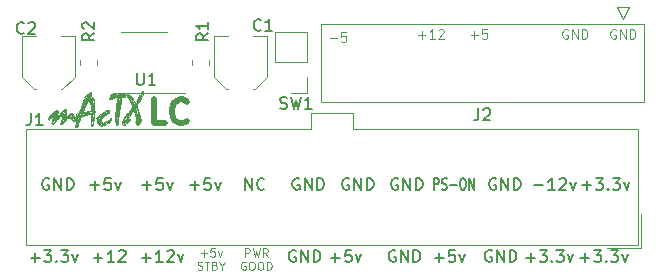
<source format=gbr>
G04 #@! TF.GenerationSoftware,KiCad,Pcbnew,(6.0.0-0)*
G04 #@! TF.CreationDate,2022-02-20T16:40:43-06:00*
G04 #@! TF.ProjectId,mactxlc,6d616374-786c-4632-9e6b-696361645f70,rev?*
G04 #@! TF.SameCoordinates,Original*
G04 #@! TF.FileFunction,Legend,Top*
G04 #@! TF.FilePolarity,Positive*
%FSLAX46Y46*%
G04 Gerber Fmt 4.6, Leading zero omitted, Abs format (unit mm)*
G04 Created by KiCad (PCBNEW (6.0.0-0)) date 2022-02-20 16:40:43*
%MOMM*%
%LPD*%
G01*
G04 APERTURE LIST*
%ADD10C,0.100000*%
%ADD11C,0.500000*%
%ADD12C,0.052500*%
%ADD13C,0.120000*%
%ADD14C,0.150000*%
G04 APERTURE END LIST*
D10*
X232232285Y-49841142D02*
X232841809Y-49841142D01*
X233603714Y-49345904D02*
X233222761Y-49345904D01*
X233184666Y-49726857D01*
X233222761Y-49688761D01*
X233298952Y-49650666D01*
X233489428Y-49650666D01*
X233565619Y-49688761D01*
X233603714Y-49726857D01*
X233641809Y-49803047D01*
X233641809Y-49993523D01*
X233603714Y-50069714D01*
X233565619Y-50107809D01*
X233489428Y-50145904D01*
X233298952Y-50145904D01*
X233222761Y-50107809D01*
X233184666Y-50069714D01*
X256438476Y-49130000D02*
X256362285Y-49091904D01*
X256248000Y-49091904D01*
X256133714Y-49130000D01*
X256057523Y-49206190D01*
X256019428Y-49282380D01*
X255981333Y-49434761D01*
X255981333Y-49549047D01*
X256019428Y-49701428D01*
X256057523Y-49777619D01*
X256133714Y-49853809D01*
X256248000Y-49891904D01*
X256324190Y-49891904D01*
X256438476Y-49853809D01*
X256476571Y-49815714D01*
X256476571Y-49549047D01*
X256324190Y-49549047D01*
X256819428Y-49891904D02*
X256819428Y-49091904D01*
X257276571Y-49891904D01*
X257276571Y-49091904D01*
X257657523Y-49891904D02*
X257657523Y-49091904D01*
X257848000Y-49091904D01*
X257962285Y-49130000D01*
X258038476Y-49206190D01*
X258076571Y-49282380D01*
X258114666Y-49434761D01*
X258114666Y-49549047D01*
X258076571Y-49701428D01*
X258038476Y-49777619D01*
X257962285Y-49853809D01*
X257848000Y-49891904D01*
X257657523Y-49891904D01*
X252374476Y-49130000D02*
X252298285Y-49091904D01*
X252184000Y-49091904D01*
X252069714Y-49130000D01*
X251993523Y-49206190D01*
X251955428Y-49282380D01*
X251917333Y-49434761D01*
X251917333Y-49549047D01*
X251955428Y-49701428D01*
X251993523Y-49777619D01*
X252069714Y-49853809D01*
X252184000Y-49891904D01*
X252260190Y-49891904D01*
X252374476Y-49853809D01*
X252412571Y-49815714D01*
X252412571Y-49549047D01*
X252260190Y-49549047D01*
X252755428Y-49891904D02*
X252755428Y-49091904D01*
X253212571Y-49891904D01*
X253212571Y-49091904D01*
X253593523Y-49891904D02*
X253593523Y-49091904D01*
X253784000Y-49091904D01*
X253898285Y-49130000D01*
X253974476Y-49206190D01*
X254012571Y-49282380D01*
X254050666Y-49434761D01*
X254050666Y-49549047D01*
X254012571Y-49701428D01*
X253974476Y-49777619D01*
X253898285Y-49853809D01*
X253784000Y-49891904D01*
X253593523Y-49891904D01*
X244170285Y-49587142D02*
X244779809Y-49587142D01*
X244475047Y-49891904D02*
X244475047Y-49282380D01*
X245541714Y-49091904D02*
X245160761Y-49091904D01*
X245122666Y-49472857D01*
X245160761Y-49434761D01*
X245236952Y-49396666D01*
X245427428Y-49396666D01*
X245503619Y-49434761D01*
X245541714Y-49472857D01*
X245579809Y-49549047D01*
X245579809Y-49739523D01*
X245541714Y-49815714D01*
X245503619Y-49853809D01*
X245427428Y-49891904D01*
X245236952Y-49891904D01*
X245160761Y-49853809D01*
X245122666Y-49815714D01*
X239725333Y-49587142D02*
X240334857Y-49587142D01*
X240030095Y-49891904D02*
X240030095Y-49282380D01*
X241134857Y-49891904D02*
X240677714Y-49891904D01*
X240906285Y-49891904D02*
X240906285Y-49091904D01*
X240830095Y-49206190D01*
X240753904Y-49282380D01*
X240677714Y-49320476D01*
X241439619Y-49168095D02*
X241477714Y-49130000D01*
X241553904Y-49091904D01*
X241744380Y-49091904D01*
X241820571Y-49130000D01*
X241858666Y-49168095D01*
X241896761Y-49244285D01*
X241896761Y-49320476D01*
X241858666Y-49434761D01*
X241401523Y-49891904D01*
X241896761Y-49891904D01*
D11*
X218313047Y-57038761D02*
X217360666Y-57038761D01*
X217360666Y-55038761D01*
X220122571Y-56848285D02*
X220027333Y-56943523D01*
X219741619Y-57038761D01*
X219551142Y-57038761D01*
X219265428Y-56943523D01*
X219074952Y-56753047D01*
X218979714Y-56562571D01*
X218884476Y-56181619D01*
X218884476Y-55895904D01*
X218979714Y-55514952D01*
X219074952Y-55324476D01*
X219265428Y-55134000D01*
X219551142Y-55038761D01*
X219741619Y-55038761D01*
X220027333Y-55134000D01*
X220122571Y-55229238D01*
D12*
X210730722Y-57050132D02*
X210768802Y-56914267D01*
X210826045Y-57391548D02*
X210821390Y-57393922D01*
X215311382Y-56391318D02*
X215302177Y-56404894D01*
X214900640Y-54519595D02*
X214903580Y-54523200D01*
X215245670Y-56829481D02*
X215227260Y-56849989D01*
X211315380Y-55221415D02*
X211325442Y-55194552D01*
X213372925Y-57067506D02*
X213286020Y-57134914D01*
X212002202Y-56836698D02*
X212003917Y-56817233D01*
X214503495Y-54806700D02*
X214497422Y-54807277D01*
D13*
X212255100Y-55740300D02*
X212229700Y-55994300D01*
D12*
X214070755Y-56307101D02*
X214085752Y-56151585D01*
X215923865Y-55441215D02*
X215918440Y-55448722D01*
X215623827Y-55946127D02*
X215620415Y-55940145D01*
X214159812Y-55303735D02*
X214161702Y-55299272D01*
X209895412Y-56488539D02*
X209898735Y-56484457D01*
X209371989Y-56476387D02*
X209329739Y-56509046D01*
D13*
X211543900Y-54927500D02*
X211493100Y-54851300D01*
X209918300Y-56578500D02*
X210019900Y-56426100D01*
D12*
X213461877Y-56215007D02*
X213451430Y-56221083D01*
D13*
X210375500Y-56273700D02*
X210477100Y-56451500D01*
D12*
X215626207Y-55128945D02*
X215634642Y-55143102D01*
X216142422Y-56342327D02*
X216144417Y-56348023D01*
X210905810Y-57259197D02*
X210903045Y-57265938D01*
X211184480Y-55633190D02*
X211233830Y-55468462D01*
X212907302Y-56941705D02*
X212910435Y-56943889D01*
D13*
X213093300Y-57111900D02*
X212712300Y-57061100D01*
X214134700Y-54800500D02*
X213804500Y-54851300D01*
X209130900Y-56070500D02*
X209105500Y-56273700D01*
D12*
X214161422Y-55307830D02*
X214159812Y-55303735D01*
X213066815Y-56110095D02*
X213077542Y-56103257D01*
X215227260Y-56849989D02*
X215181585Y-56893283D01*
D13*
X214337900Y-55460900D02*
X214134700Y-56349900D01*
D12*
X214926190Y-54799210D02*
X214926190Y-54806700D01*
X211288517Y-56439263D02*
X211281500Y-56441637D01*
X215604945Y-55090585D02*
X215623932Y-55125427D01*
X214670602Y-57043958D02*
X214671372Y-56982246D01*
X212537422Y-56987849D02*
X212536372Y-56981581D01*
X215111620Y-56953383D02*
X215041165Y-57011205D01*
D13*
X210908900Y-56502300D02*
X210832700Y-56502300D01*
X215582500Y-55918100D02*
X214998300Y-56705500D01*
D12*
X214922865Y-57104914D02*
X214851570Y-57158177D01*
X214210317Y-55045680D02*
X214212872Y-55027077D01*
X215015702Y-54638752D02*
X215031487Y-54604015D01*
X214285235Y-57131213D02*
X214279512Y-57134630D01*
X212557250Y-57041681D02*
X212537422Y-56987849D01*
X209562445Y-56396729D02*
X209552951Y-56374418D01*
X213367990Y-56262763D02*
X213360937Y-56266562D01*
X214493817Y-55532932D02*
X214493432Y-55537307D01*
X212935687Y-56591173D02*
X212896190Y-56633138D01*
X215369954Y-55286847D02*
X215335305Y-55213155D01*
X211996707Y-55555525D02*
X211986452Y-55489830D01*
X211009200Y-56915312D02*
X210987062Y-56966676D01*
X215117990Y-54827595D02*
X215115120Y-54824077D01*
X211950664Y-55361362D02*
X211947515Y-55355955D01*
X213116760Y-56973037D02*
X213124442Y-56971233D01*
X209173651Y-55960368D02*
X209177735Y-55965875D01*
D13*
X215836500Y-55511700D02*
X216268300Y-54775100D01*
D12*
X210767000Y-56359037D02*
X210779617Y-56286120D01*
D13*
X214337900Y-54902100D02*
X214287100Y-54876700D01*
X215226900Y-54698900D02*
X215455500Y-54978300D01*
D12*
X215782762Y-56989081D02*
X215777355Y-56946073D01*
X214130640Y-54841840D02*
X214125617Y-54841262D01*
X213056000Y-56116930D02*
X213066815Y-56110095D01*
X213581612Y-54905820D02*
X213583117Y-54901077D01*
X211587312Y-54720127D02*
X211609817Y-54705585D01*
D13*
X212153500Y-56959500D02*
X212077300Y-57188100D01*
D12*
X214214115Y-54469195D02*
X214229497Y-54467375D01*
X211991860Y-57006362D02*
X211991860Y-56989081D01*
X211056292Y-55979832D02*
X211089420Y-55918212D01*
X209420408Y-57051364D02*
X209429811Y-57002943D01*
D13*
X210908900Y-56400700D02*
X210934300Y-56324500D01*
D12*
X214107015Y-57043958D02*
X214106332Y-57042631D01*
X211990057Y-56219088D02*
X211981692Y-56219088D01*
X216221802Y-56663614D02*
X216230517Y-56702638D01*
X215781817Y-56441069D02*
X215760555Y-56350966D01*
D13*
X214363300Y-54648100D02*
X214388700Y-54724300D01*
X211543900Y-55384700D02*
X211391500Y-55638700D01*
X214160100Y-57137300D02*
X214160100Y-56984900D01*
D12*
X216220070Y-56656970D02*
X216221802Y-56663614D01*
X212706612Y-56404989D02*
X212726440Y-56387900D01*
X209536526Y-57142225D02*
X209526745Y-57142225D01*
X211956335Y-54743385D02*
X211963369Y-54764647D01*
X210452927Y-56278810D02*
X210457670Y-56283936D01*
X209162162Y-56421983D02*
X209166814Y-56419706D01*
X211050500Y-55991224D02*
X211053440Y-55985530D01*
X208693806Y-57078044D02*
X208688869Y-57075860D01*
X212287329Y-55226175D02*
X212288450Y-55234522D01*
X211325075Y-56030531D02*
X211323447Y-56032717D01*
X214107960Y-57193686D02*
X214093732Y-57172324D01*
X211998982Y-55817288D02*
X211999752Y-55809788D01*
X211669247Y-55240595D02*
X211637432Y-55306780D01*
X212529809Y-56876288D02*
X212537685Y-56844956D01*
X210039631Y-56343846D02*
X210118530Y-56282226D01*
X214202057Y-54859585D02*
X214179185Y-54851710D01*
X215980634Y-57176217D02*
X215946264Y-57189603D01*
D13*
X210934300Y-56324500D02*
X210959700Y-56553100D01*
D12*
X214308002Y-56568101D02*
X214308002Y-56578262D01*
D13*
X210705700Y-56680100D02*
X210756500Y-56730900D01*
D12*
X214302227Y-56761599D02*
X214302227Y-56774888D01*
X211600980Y-55416907D02*
X211591197Y-55437610D01*
X213675867Y-54590032D02*
X213681187Y-54585395D01*
X213506870Y-56769288D02*
X213509250Y-56768149D01*
D13*
X209029300Y-56019700D02*
X209105500Y-55994300D01*
D12*
X209898735Y-56484457D02*
X209902057Y-56480279D01*
X216433045Y-54304835D02*
X216435040Y-54307215D01*
X210769852Y-56551676D02*
X210768330Y-56549208D01*
X214599395Y-54791405D02*
X214511002Y-54805650D01*
X214229497Y-54467375D02*
X214244792Y-54465467D01*
X214128750Y-55665950D02*
X214138165Y-55600342D01*
X211472705Y-54927467D02*
X211472705Y-54918070D01*
X214563117Y-55058787D02*
X214563502Y-55061920D01*
X213444395Y-56224217D02*
X213374920Y-56258967D01*
X212473127Y-56617189D02*
X212490207Y-56602093D01*
X214314757Y-57067411D02*
X214304502Y-57103013D01*
X215792825Y-56833944D02*
X215824360Y-56717924D01*
X214922392Y-54749930D02*
X214922952Y-54755250D01*
X210126027Y-56560317D02*
X210083023Y-56578451D01*
X211960430Y-56226211D02*
X211956824Y-56227635D01*
X214189317Y-57197483D02*
X214174425Y-57206883D01*
X209198242Y-56056070D02*
X209198242Y-56084744D01*
X214670602Y-57068169D02*
X214670602Y-57043958D01*
D13*
X210908900Y-56705500D02*
X210959700Y-56578500D01*
D12*
X211147817Y-56522433D02*
X211146872Y-56527464D01*
X212000802Y-57261570D02*
X211998772Y-57257962D01*
X210816665Y-57396295D02*
X210764620Y-57408163D01*
D13*
X214845900Y-56603900D02*
X214795100Y-56756300D01*
X214109300Y-56680100D02*
X214236300Y-55384700D01*
D12*
X211061017Y-56742039D02*
X211043570Y-56795776D01*
D13*
X210858100Y-57010300D02*
X210934300Y-57010300D01*
X216369900Y-54495700D02*
X216395300Y-54368700D01*
D12*
X211093322Y-55911568D02*
X211094547Y-55909574D01*
X214565987Y-55094855D02*
X214565987Y-55119740D01*
D13*
X213372700Y-56070500D02*
X213550500Y-56045100D01*
D12*
X211764832Y-54532597D02*
X211827325Y-54485995D01*
X209166814Y-56419706D02*
X209203749Y-56391602D01*
X211994432Y-56937337D02*
X212000417Y-56856067D01*
D13*
X209511900Y-56324500D02*
X209791300Y-55994300D01*
D12*
X214090197Y-56116171D02*
X214105982Y-55961413D01*
X212512729Y-56557563D02*
X212516895Y-56552817D01*
X209921520Y-55942613D02*
X209927980Y-55995023D01*
D13*
X208749900Y-56299100D02*
X208876900Y-56146700D01*
X211035900Y-56603900D02*
X211137500Y-56299100D01*
D12*
X214391372Y-56080850D02*
X214390042Y-56089681D01*
X211591197Y-55437610D02*
X211574870Y-55469040D01*
X208828152Y-56112088D02*
X208836601Y-56102974D01*
X210761960Y-56482748D02*
X210762625Y-56480088D01*
X211937067Y-54417447D02*
X211946867Y-54417447D01*
D13*
X212178900Y-56756300D02*
X212178900Y-56857900D01*
D12*
X211827325Y-54485995D02*
X211834920Y-54480010D01*
X208794256Y-56490249D02*
X208787039Y-56475343D01*
X212880545Y-57243151D02*
X212864392Y-57243151D01*
X210758827Y-56518732D02*
X210758827Y-56509429D01*
D13*
X214464900Y-54978300D02*
X214490300Y-55130700D01*
D12*
X214302227Y-56774888D02*
X214302227Y-56802804D01*
X209919149Y-56723905D02*
X209838352Y-56818657D01*
X215934872Y-57189603D02*
X215925562Y-57189603D01*
X214493432Y-55537307D02*
X214490300Y-55587900D01*
X213524825Y-55887262D02*
X213554067Y-55899888D01*
D13*
X211747100Y-54622700D02*
X211950300Y-54495700D01*
D12*
X213018200Y-56521581D02*
X212947080Y-56580825D01*
X214856505Y-54838900D02*
X214761550Y-54828645D01*
X209559501Y-56424643D02*
X209562445Y-56404800D01*
X216218267Y-56650323D02*
X216220070Y-56656970D01*
X215238932Y-54630387D02*
X215258305Y-54630387D01*
X211898917Y-56256402D02*
X211839680Y-56269789D01*
X209525702Y-56656305D02*
X209533108Y-56608169D01*
D13*
X212229700Y-56248300D02*
X212178900Y-56756300D01*
D12*
X216219702Y-54538127D02*
X216224445Y-54530620D01*
D13*
X211747100Y-56197500D02*
X212102700Y-56146700D01*
D12*
X214516602Y-54934590D02*
X214519367Y-54939822D01*
X213575995Y-55936537D02*
X213576642Y-55940336D01*
X210032416Y-56349923D02*
X210039631Y-56343846D01*
X208861762Y-57025730D02*
X208850463Y-57036268D01*
X215790637Y-56843630D02*
X215792825Y-56833944D01*
X212641565Y-56449896D02*
X212646797Y-56446763D01*
X210337847Y-56710801D02*
X210288095Y-56655736D01*
X216156667Y-57005792D02*
X216153132Y-57012057D01*
X215389135Y-56258300D02*
X215384305Y-56266277D01*
X208663519Y-56996298D02*
X208676145Y-56939617D01*
X210490710Y-56857301D02*
X210376785Y-56758274D01*
X213514185Y-55887262D02*
X213524825Y-55887262D01*
X210624287Y-56559367D02*
X210633877Y-56571806D01*
D13*
X212737700Y-56934100D02*
X212763100Y-56553100D01*
D12*
X211248355Y-55418237D02*
X211279872Y-55317035D01*
X213541730Y-56744127D02*
X213585200Y-56696656D01*
X212292825Y-55328620D02*
X212270705Y-55465907D01*
X211601925Y-55414440D02*
X211600980Y-55416907D01*
X211903292Y-54432637D02*
X211907930Y-54430065D01*
X211760002Y-54535940D02*
X211764832Y-54532597D01*
D13*
X212128100Y-56248300D02*
X212128100Y-56502300D01*
D12*
X214376270Y-56190796D02*
X214374292Y-56204374D01*
X216129227Y-54666000D02*
X216159309Y-54630492D01*
X214500362Y-55483180D02*
X214499417Y-55487363D01*
X214451852Y-54862822D02*
X214454040Y-54865377D01*
D13*
X209613500Y-56273700D02*
X209384900Y-56375300D01*
D12*
X213077542Y-56103257D02*
X213178745Y-56048664D01*
X212295012Y-56268461D02*
X212260940Y-56537908D01*
X212358432Y-56073920D02*
X212356630Y-56077244D01*
X214677252Y-57127319D02*
X214670602Y-57082886D01*
X213612447Y-54820682D02*
X213620322Y-54729140D01*
X211774142Y-56061007D02*
X211782052Y-56059394D01*
X210767000Y-56390938D02*
X210767000Y-56385811D01*
X209519817Y-56688681D02*
X209525702Y-56656305D01*
X210707465Y-56876763D02*
X210644517Y-56899742D01*
X214315702Y-57063043D02*
X214314757Y-57067411D01*
X214127805Y-55673265D02*
X214128750Y-55665950D01*
X211319195Y-56093386D02*
X211320315Y-56094523D01*
D13*
X211620100Y-55156100D02*
X211569300Y-55257700D01*
D12*
X213592882Y-56918350D02*
X213455420Y-56999810D01*
D13*
X209181700Y-56476900D02*
X209435700Y-56273700D01*
D12*
X211039107Y-56810399D02*
X211013855Y-56900405D01*
X212289500Y-55242887D02*
X212295012Y-55296997D01*
X215719062Y-56204563D02*
X215714985Y-56190418D01*
X215897824Y-57162924D02*
X215895760Y-57158462D01*
X208806504Y-57073202D02*
X208783149Y-57089151D01*
D13*
X211162900Y-55867300D02*
X211264500Y-55486300D01*
X212229700Y-55283100D02*
X212204300Y-55562500D01*
D12*
X214921727Y-54744522D02*
X214922392Y-54749930D01*
X214059730Y-54501465D02*
X214072645Y-54497685D01*
X215960877Y-54955205D02*
X215964499Y-54948642D01*
X216443002Y-54442402D02*
X216442547Y-54449717D01*
X210946445Y-57109471D02*
X210945675Y-57114976D01*
X212820730Y-57238498D02*
X212815987Y-57237550D01*
X214609562Y-54789515D02*
X214599395Y-54791405D01*
X215258305Y-54630387D02*
X215277870Y-54649655D01*
X214769617Y-56622600D02*
X214829170Y-56533448D01*
X215155562Y-56716120D02*
X215179310Y-56700357D01*
X214977640Y-56352485D02*
X214988665Y-56339002D01*
X215494519Y-55636130D02*
X215500802Y-55616775D01*
X211279872Y-55317035D02*
X211283110Y-55308477D01*
X215126617Y-56699694D02*
X215136872Y-56710044D01*
X209497882Y-56368437D02*
X209495226Y-56369861D01*
X214672492Y-56899075D02*
X214672492Y-56878569D01*
X208775458Y-57089151D02*
X208753812Y-57089151D01*
X216126742Y-54669027D02*
X216129227Y-54666000D01*
X215185680Y-56696562D02*
X215220417Y-56674344D01*
X209499212Y-56767104D02*
X209501776Y-56759224D01*
X210363485Y-56197252D02*
X210379339Y-56208264D01*
X214565987Y-55119740D02*
X214559617Y-55184385D01*
D13*
X213753700Y-54648100D02*
X214261700Y-54622700D01*
X215455500Y-54978300D02*
X215633300Y-55206900D01*
D12*
X212200355Y-56879326D02*
X212201877Y-56884645D01*
D13*
X213626700Y-54927500D02*
X213677500Y-54749700D01*
X211035900Y-56146700D02*
X211213700Y-55867300D01*
D12*
X211956335Y-54722770D02*
X211956335Y-54735597D01*
X215305205Y-55150872D02*
X215299885Y-55140250D01*
X212771730Y-57223877D02*
X212768580Y-57222358D01*
X211226322Y-56455877D02*
X211210380Y-56455877D01*
D13*
X215353900Y-55105300D02*
X215582500Y-55460900D01*
X214134700Y-56349900D02*
X214109300Y-56680100D01*
D12*
X215207117Y-56539144D02*
X215201430Y-56547024D01*
X214142522Y-55495990D02*
X214139390Y-55470737D01*
X211439105Y-55797256D02*
X211394270Y-55895713D01*
X211985682Y-55483652D02*
X211984824Y-55477492D01*
D13*
X215201500Y-56807100D02*
X215226900Y-56730900D01*
D12*
X215387612Y-55324332D02*
X215377549Y-55303262D01*
X211116580Y-56614719D02*
X211068332Y-56725330D01*
X216435040Y-54307215D02*
X216445382Y-54338715D01*
X216398010Y-54290590D02*
X216406742Y-54290590D01*
D13*
X215226900Y-56730900D02*
X214795100Y-57010300D01*
D12*
X214765627Y-54494902D02*
X214805895Y-54517897D01*
X209189698Y-56170764D02*
X209188274Y-56181017D01*
X212529809Y-56888631D02*
X212529809Y-56876288D01*
X212238329Y-56748400D02*
X212235110Y-56756849D01*
X215220417Y-56674344D02*
X215224232Y-56671876D01*
X210859452Y-56556805D02*
X210798797Y-56566299D01*
D13*
X210756500Y-56730900D02*
X210756500Y-56781700D01*
D12*
X210792917Y-56810968D02*
X210793862Y-56808786D01*
X212516895Y-56552817D02*
X212520990Y-56548069D01*
X212356630Y-56077244D02*
X212332235Y-56103352D01*
X214065242Y-56420750D02*
X214069127Y-56333970D01*
X215712692Y-56185668D02*
X215688297Y-56124051D01*
X211697930Y-56284314D02*
X211644187Y-56309666D01*
X214474830Y-55664708D02*
X214472555Y-55671742D01*
X210457670Y-56283936D02*
X210490797Y-56329035D01*
X216140322Y-56336630D02*
X216142422Y-56342327D01*
D13*
X209867500Y-55918100D02*
X209867500Y-56095900D01*
X212026500Y-54978300D02*
X211874100Y-54876700D01*
D12*
X211839680Y-56269789D02*
X211831612Y-56271214D01*
X210821390Y-57393922D02*
X210816665Y-57396295D01*
D13*
X214312500Y-54775100D02*
X214134700Y-54800500D01*
D12*
X213146755Y-57202894D02*
X213033005Y-57231094D01*
X213585200Y-56696656D02*
X213590730Y-56691338D01*
X212009989Y-56734349D02*
X212012667Y-56679375D01*
X213194880Y-56036038D02*
X213245315Y-55992839D01*
X213963830Y-54892152D02*
X213638382Y-54982260D01*
X212678490Y-57160739D02*
X212671945Y-57155993D01*
X214829170Y-56533448D02*
X214843117Y-56514555D01*
X210716390Y-56872206D02*
X210707465Y-56876763D01*
X214161702Y-55299272D02*
X214182300Y-55219525D01*
X215500802Y-55616775D02*
X215500802Y-55610405D01*
X216414057Y-54574755D02*
X216411957Y-54580075D01*
X209708848Y-56978448D02*
X209626626Y-57069404D01*
X211991860Y-57015382D02*
X211991860Y-57006362D01*
X211999560Y-57094660D02*
X211999560Y-57082412D01*
X215294477Y-55129417D02*
X215271395Y-55084320D01*
X210826132Y-56800429D02*
X210725227Y-56867649D01*
X210762625Y-56480088D02*
X210763290Y-56477812D01*
X212890887Y-56642348D02*
X212866387Y-56708714D01*
X209902057Y-56480279D02*
X209940795Y-56428250D01*
X215106492Y-56194308D02*
X215138955Y-56151963D01*
X210767945Y-56408596D02*
X210767752Y-56406413D01*
X213679577Y-56635513D02*
X213704445Y-56690106D01*
X215714985Y-56190418D02*
X215712692Y-56185668D01*
X211703617Y-56281563D02*
X211697930Y-56284314D01*
X211630800Y-54675887D02*
X211634772Y-54667715D01*
X208414672Y-56714314D02*
X208373657Y-56627631D01*
X214553895Y-55022422D02*
X214562645Y-55055550D01*
X209428099Y-57112794D02*
X209426773Y-57109756D01*
X208704439Y-56495089D02*
X208645100Y-56562214D01*
X215783917Y-56993449D02*
X215782762Y-56989081D01*
X215931180Y-55756239D02*
X215971797Y-55861152D01*
X214854230Y-54497685D02*
X214865815Y-54497685D01*
X211172492Y-56472969D02*
X211169937Y-56475817D01*
D13*
X210883500Y-56248300D02*
X211035900Y-56146700D01*
D12*
X211991860Y-56989081D02*
X211994432Y-56937337D01*
D13*
X209765900Y-56781700D02*
X209638900Y-56959500D01*
D12*
X211068332Y-56725330D02*
X211062365Y-56738619D01*
D13*
X210299300Y-56248300D02*
X210375500Y-56273700D01*
D12*
X209139470Y-56387613D02*
X209137573Y-56395495D01*
X208368625Y-56617189D02*
X208368625Y-56617189D01*
X209054688Y-56816286D02*
X209042725Y-56829576D01*
X214450435Y-54818005D02*
X214447565Y-54819247D01*
X209195487Y-56658107D02*
X209184000Y-56671306D01*
D13*
X210477100Y-56807100D02*
X210426300Y-56705500D01*
D12*
X208395209Y-56582152D02*
X208397772Y-56578451D01*
X214697272Y-57168621D02*
X214692810Y-57163208D01*
D13*
X212051900Y-55994300D02*
X212051900Y-55791100D01*
D12*
X215803745Y-57036079D02*
X215801487Y-57033230D01*
X212854242Y-56793118D02*
X212854242Y-56816475D01*
X212948707Y-56198298D02*
X213056000Y-56116930D01*
X213742332Y-56777263D02*
X213747180Y-56788087D01*
X211637432Y-55306780D02*
X211607630Y-55393842D01*
X214214675Y-54894340D02*
X214203387Y-54860250D01*
X212309817Y-55961224D02*
X212350102Y-55975464D01*
X214332695Y-56516929D02*
X214330700Y-56520631D01*
X214304502Y-57103013D02*
X214303365Y-57105768D01*
X210083023Y-56578451D02*
X210009250Y-56632949D01*
X211408357Y-55018240D02*
X211414885Y-55009892D01*
X214186675Y-55196460D02*
X214210317Y-55045680D01*
X214778735Y-57200901D02*
X214766765Y-57200901D01*
X216265745Y-54871940D02*
X216160552Y-55057545D01*
X214499417Y-55487363D02*
X214498752Y-55490495D01*
X215201430Y-56547024D02*
X215157190Y-56620512D01*
D13*
X209029300Y-56730900D02*
X209029300Y-56375300D01*
D12*
X211606387Y-56068985D02*
X211667060Y-56056737D01*
X211956335Y-54735597D02*
X211956335Y-54743385D01*
X215299885Y-55140250D02*
X215294477Y-55129417D01*
X215202865Y-54986145D02*
X215173692Y-54930057D01*
D13*
X216242900Y-54648100D02*
X215811100Y-55435500D01*
D12*
X214810637Y-54520452D02*
X214813122Y-54518842D01*
X211986364Y-57207833D02*
X211986364Y-57192450D01*
X211990810Y-54422575D02*
X212016832Y-54434720D01*
D13*
X212178900Y-54978300D02*
X212229700Y-55283100D01*
D12*
X214966545Y-56365873D02*
X214977640Y-56352485D01*
X215248890Y-56823500D02*
X215245670Y-56829481D01*
X210950435Y-57073013D02*
X210946445Y-57109471D01*
X211540010Y-56340998D02*
X211529002Y-56344983D01*
X213996695Y-54883035D02*
X213963830Y-54892152D01*
X211638675Y-54659455D02*
X211707502Y-54569452D01*
X211998772Y-57257962D02*
X211996707Y-57254259D01*
X213245315Y-55992839D02*
X213318797Y-55949165D01*
X214191417Y-57195585D02*
X214189317Y-57197483D01*
X215443822Y-54835190D02*
X215457385Y-54853145D01*
X209407876Y-56446574D02*
X209403224Y-56450657D01*
X211274377Y-56444012D02*
X211226322Y-56455877D01*
D13*
X213347300Y-57010300D02*
X213677500Y-56781700D01*
X215963500Y-57061100D02*
X216014300Y-56781700D01*
D12*
X209137573Y-56395495D02*
X209137573Y-56400432D01*
X211592247Y-56072496D02*
X211606387Y-56068985D01*
X210773160Y-56446574D02*
X210774490Y-56442777D01*
X215138010Y-56710896D02*
X215139060Y-56711657D01*
X215828542Y-56704346D02*
X215827580Y-56697414D01*
D13*
X208724500Y-57010300D02*
X208775300Y-57010300D01*
D12*
X211999560Y-56452367D02*
X212027945Y-56401190D01*
X216356325Y-54331435D02*
X216361365Y-54324575D01*
X208397772Y-56578451D02*
X208426255Y-56538292D01*
X213536042Y-56750393D02*
X213538580Y-56748211D01*
X215041165Y-57011205D02*
X215017522Y-57030287D01*
D13*
X210096100Y-56426100D02*
X210299300Y-56349900D01*
D12*
X214300127Y-57005886D02*
X214314372Y-57057917D01*
D13*
X210146900Y-56502300D02*
X210096100Y-56426100D01*
X213677500Y-56781700D02*
X213652100Y-56705500D01*
D12*
X215087680Y-54785910D02*
X215085422Y-54782392D01*
X215480940Y-56137438D02*
X215436997Y-56189942D01*
X213622317Y-54714597D02*
X213633325Y-54659262D01*
D13*
X211391500Y-55638700D02*
X211416900Y-55714900D01*
D12*
X213351925Y-56865844D02*
X213363125Y-56858914D01*
X211469485Y-54932805D02*
X211472705Y-54927467D01*
X210940547Y-56148357D02*
X210949192Y-56144844D01*
D13*
X212051900Y-56553100D02*
X212102700Y-56603900D01*
D12*
X216116872Y-57068169D02*
X216113075Y-57073107D01*
X210347717Y-56190607D02*
X210360352Y-56195258D01*
D13*
X210654900Y-56832500D02*
X210553300Y-56807100D01*
D12*
X209272107Y-56327137D02*
X209285686Y-56313558D01*
X211996235Y-57050132D02*
X211995675Y-57046332D01*
X208936388Y-55999580D02*
X208947780Y-55987901D01*
X216054607Y-57130548D02*
X215991362Y-57170805D01*
X215971797Y-55861152D02*
X215985482Y-55896187D01*
X215252040Y-56817138D02*
X215248890Y-56823500D01*
D13*
X214160100Y-56705500D02*
X214185500Y-56375300D01*
D12*
X216185140Y-56560317D02*
X216189235Y-56569716D01*
X211782052Y-56059394D02*
X211859507Y-56041164D01*
X211981692Y-56219088D02*
X211960430Y-56226211D01*
X212193617Y-57050132D02*
X212191517Y-57058581D01*
X210726365Y-57066937D02*
X210730722Y-57050132D01*
X212529809Y-56910277D02*
X212529809Y-56888631D01*
X215024260Y-54687262D02*
X215015702Y-54660312D01*
X214169017Y-55386912D02*
X214176997Y-55361467D01*
D13*
X214718900Y-56984900D02*
X214769700Y-57162700D01*
D12*
X214426495Y-55897421D02*
X214411392Y-55943943D01*
X210388160Y-56215861D02*
X210448167Y-56273587D01*
D13*
X211747100Y-55130700D02*
X211620100Y-55156100D01*
D12*
X209910982Y-56235325D02*
X209908133Y-56253175D01*
D13*
X215760300Y-55613300D02*
X215836500Y-55638700D01*
X208851500Y-56476900D02*
X208775300Y-56400700D01*
D12*
X215057492Y-54744137D02*
X215053992Y-54739010D01*
D13*
X213677500Y-54673500D02*
X213728300Y-54597300D01*
X212559900Y-56629300D02*
X212610700Y-56756300D01*
D12*
X213374920Y-56258967D02*
X213367990Y-56262763D01*
X215563732Y-56021226D02*
X215549680Y-56044963D01*
X210767752Y-56406413D02*
X210767000Y-56390938D01*
X214182300Y-55219525D02*
X214184487Y-55208027D01*
X212288450Y-55234522D02*
X212289500Y-55242887D01*
X214434457Y-54839075D02*
X214451852Y-54862822D01*
X215277765Y-55967205D02*
X215384672Y-55818618D01*
X213608370Y-54839372D02*
X213611887Y-54831777D01*
X215812495Y-56598199D02*
X215810692Y-56587376D01*
X215099825Y-54583015D02*
X215124920Y-54588825D01*
X216078232Y-56153104D02*
X216109295Y-56252319D01*
D13*
X212051900Y-55791100D02*
X212051900Y-55537100D01*
D12*
X209461617Y-56394167D02*
X209458196Y-56397299D01*
X214330700Y-56520631D02*
X214310190Y-56563355D01*
X213545317Y-56142281D02*
X213540120Y-56149401D01*
X214107960Y-55934923D02*
X214112615Y-55846625D01*
X212854242Y-56835179D02*
X212865355Y-56886069D01*
X212254290Y-56633994D02*
X212240132Y-56736721D01*
X209144125Y-56416476D02*
X209157605Y-56421983D01*
X210678975Y-57319011D02*
X210678975Y-57290718D01*
X215614324Y-55946792D02*
X215568492Y-56011449D01*
X212869800Y-56896511D02*
X212902857Y-56938476D01*
X215302177Y-56404894D02*
X215215290Y-56528131D01*
D13*
X211137500Y-56299100D02*
X211010500Y-56451500D01*
D12*
X215430732Y-55417852D02*
X215387612Y-55324332D01*
X212546539Y-56785049D02*
X212519642Y-56713936D01*
X216430944Y-54302455D02*
X216433045Y-54304835D01*
X214125617Y-54841262D02*
X214100942Y-54858447D01*
X216169950Y-56511989D02*
X216171192Y-56517782D01*
X213596207Y-56685927D02*
X213663442Y-56624308D01*
X210955177Y-56141995D02*
X211003302Y-56107911D01*
D13*
X210019900Y-56553100D02*
X209765900Y-56781700D01*
D12*
X214116500Y-55765261D02*
X214117375Y-55759468D01*
X214386052Y-54456087D02*
X214433250Y-54456087D01*
X212332235Y-56103352D02*
X212329102Y-56105349D01*
X214110812Y-57195585D02*
X214107960Y-57193686D01*
X212011022Y-56655736D02*
X211995185Y-56600480D01*
X214300425Y-56886827D02*
X214300040Y-56899360D01*
X211453630Y-55761461D02*
X211446420Y-55779406D01*
X208794256Y-56523385D02*
X208794256Y-56495756D01*
X212368792Y-56019802D02*
X212368792Y-56033285D01*
X214300040Y-56899360D02*
X214298622Y-57000570D01*
D13*
X216141300Y-56553100D02*
X216192100Y-56807100D01*
D12*
X209787273Y-56883411D02*
X209708848Y-56978448D01*
X212011617Y-55733264D02*
X212013227Y-55725382D01*
X212285510Y-55935588D02*
X212289430Y-55949165D01*
X210764620Y-57408163D02*
X210747347Y-57408163D01*
X211644187Y-56309666D02*
X211639165Y-56311850D01*
X214059730Y-54501465D02*
X214059730Y-54501465D01*
X210722182Y-57079469D02*
X210726365Y-57066937D01*
X215801487Y-57033230D02*
X215784950Y-56997723D01*
D13*
X211264500Y-56146700D02*
X211543900Y-56172100D01*
D12*
X215015702Y-54660312D02*
X215015702Y-54651387D01*
X214924387Y-54629635D02*
X214924387Y-54640940D01*
X208373657Y-56627631D02*
X208368625Y-56617189D01*
X212020630Y-54438220D02*
X212024427Y-54441650D01*
D13*
X213525100Y-56832500D02*
X213118700Y-57035700D01*
D12*
X214212872Y-54982260D02*
X214212872Y-54972005D01*
X214407315Y-55954387D02*
X214387575Y-56015245D01*
X215872765Y-57110608D02*
X215842682Y-57078994D01*
X214730890Y-57192830D02*
X214701647Y-57173937D01*
X209843099Y-56470880D02*
X209842812Y-56473160D01*
X215741760Y-55291957D02*
X215744507Y-55289682D01*
D13*
X212661500Y-56756300D02*
X212610700Y-56553100D01*
D12*
X208787039Y-56475343D02*
X208785713Y-56473918D01*
X216157612Y-56431099D02*
X216168620Y-56506104D01*
D13*
X212813900Y-57061100D02*
X212890100Y-56984900D01*
X215811100Y-55435500D02*
X215785700Y-55359300D01*
D12*
X215170105Y-54923285D02*
X215166395Y-54916460D01*
X211984072Y-55420705D02*
X211972977Y-55400195D01*
X211834920Y-54480010D02*
X211841570Y-54474585D01*
X215276330Y-56682224D02*
X215278325Y-56684882D01*
X209137573Y-56400432D02*
X209142224Y-56414294D01*
X212864672Y-56716025D02*
X212862870Y-56723239D01*
X214105387Y-57053738D02*
X214107015Y-57043958D01*
D13*
X215760300Y-55384700D02*
X215836500Y-55511700D01*
D12*
X211719455Y-54559005D02*
X211755067Y-54539247D01*
D13*
X211924900Y-54648100D02*
X211924900Y-54851300D01*
D12*
X214100942Y-54858447D02*
X214096865Y-54859392D01*
X212195612Y-57041586D02*
X212193617Y-57050132D01*
X214309892Y-56715075D02*
X214308580Y-56721814D01*
X216149545Y-55077197D02*
X216141932Y-55091057D01*
X216189235Y-56569716D02*
X216218267Y-56650323D01*
X212701852Y-56408692D02*
X212706612Y-56404989D01*
X209420408Y-57080037D02*
X209420408Y-57070164D01*
D13*
X208622900Y-56476900D02*
X208445100Y-56680100D01*
D12*
X216100177Y-54698375D02*
X216102067Y-54696380D01*
X214351490Y-56369670D02*
X214334200Y-56503920D01*
X209458768Y-57137479D02*
X209450886Y-57136529D01*
X214516130Y-55406372D02*
X214514607Y-55414440D01*
X213033582Y-56992595D02*
X213041860Y-56994874D01*
X215026062Y-54691077D02*
X215024260Y-54687262D01*
X212272315Y-55121157D02*
X212287329Y-55226175D01*
X211145140Y-55760702D02*
X211184480Y-55633190D01*
X210827760Y-56203707D02*
X210829002Y-56202379D01*
D13*
X215658700Y-55537100D02*
X215684100Y-55943500D01*
D12*
X211463395Y-56093480D02*
X211463395Y-56093480D01*
X214139110Y-55468567D02*
X214142242Y-55460675D01*
D13*
X210731100Y-57315100D02*
X210781900Y-57111900D01*
D12*
X211831612Y-56271214D02*
X211823545Y-56272544D01*
X208466986Y-56761599D02*
X208465467Y-56763970D01*
X209626626Y-57069404D02*
X209565863Y-57123996D01*
X209841008Y-56497749D02*
X209841008Y-56503920D01*
D13*
X208724500Y-56984900D02*
X208724500Y-57010300D01*
D12*
X211582640Y-54720775D02*
X211587312Y-54720127D01*
X215060257Y-54747655D02*
X215057492Y-54744137D01*
X211631832Y-56313369D02*
X211540010Y-56340998D01*
X211389825Y-56397110D02*
X211375300Y-56402805D01*
D13*
X210807300Y-57289700D02*
X210781900Y-57365900D01*
D12*
X215986042Y-57173557D02*
X215980634Y-57176217D01*
X209671060Y-55923245D02*
X209685304Y-55912992D01*
X208719157Y-56797962D02*
X208726848Y-56775460D01*
X214514607Y-55414440D02*
X214512997Y-55422507D01*
X213556815Y-55902452D02*
X213559457Y-55904923D01*
X214105982Y-55961413D02*
X214107015Y-55948214D01*
X215601812Y-55083655D02*
X215603422Y-55087172D01*
X214924387Y-54656322D02*
X214921167Y-54697150D01*
X213600005Y-54991185D02*
X213583117Y-54980825D01*
X213210647Y-56948352D02*
X213220132Y-56945504D01*
D13*
X212153500Y-55587900D02*
X212128100Y-55105300D01*
X212077300Y-57188100D02*
X212051900Y-57213500D01*
D12*
X214099140Y-57023642D02*
X214098370Y-57021173D01*
D13*
X211493100Y-56197500D02*
X211213700Y-56222900D01*
D12*
X212726440Y-56387900D02*
X212919290Y-56223551D01*
X210953567Y-57050795D02*
X210950435Y-57059055D01*
X216041010Y-55266810D02*
X215935817Y-55424800D01*
X211995675Y-57046332D02*
X211994992Y-57042537D01*
X214308580Y-56721814D02*
X214302227Y-56761599D01*
X214749982Y-54826562D02*
X214738205Y-54824462D01*
X208740899Y-56200291D02*
X208746880Y-56194593D01*
X209188274Y-56181017D02*
X209168431Y-56286120D01*
X208783149Y-57089151D02*
X208775458Y-57089151D01*
X214541190Y-55292062D02*
X214538355Y-55304312D01*
X216144417Y-56348023D02*
X216156265Y-56414294D01*
X216229572Y-56780112D02*
X216229380Y-56786377D01*
D13*
X210553300Y-56705500D02*
X210248500Y-56451500D01*
D12*
X215034707Y-54601057D02*
X215037857Y-54598012D01*
X214488042Y-54461495D02*
X214494867Y-54462632D01*
X210793862Y-56808786D02*
X210808107Y-56769288D01*
X209203749Y-56391602D02*
X209258437Y-56340713D01*
X216046242Y-54803952D02*
X216049830Y-54797022D01*
X215318575Y-56378310D02*
X215311382Y-56391318D01*
D13*
X211315300Y-55638700D02*
X211188300Y-56273700D01*
D12*
X215776795Y-55255785D02*
X215779735Y-55251987D01*
X209501776Y-56759224D02*
X209504245Y-56751249D01*
D13*
X215099900Y-56705500D02*
X215150700Y-56400700D01*
D12*
X209142224Y-56414294D02*
X209143175Y-56415433D01*
X215078107Y-54583015D02*
X215091582Y-54583015D01*
X215017522Y-57030287D02*
X214993985Y-57049087D01*
D13*
X213118700Y-57035700D02*
X212864700Y-57061100D01*
D12*
X212519642Y-56713936D02*
X212516510Y-56706719D01*
X209833698Y-55851373D02*
X209869398Y-55861532D01*
X212490207Y-56602093D02*
X212490505Y-56598579D01*
D13*
X214261700Y-55003700D02*
X214287100Y-54597300D01*
D12*
X208947780Y-55987901D02*
X208959174Y-55983438D01*
X214106332Y-57042631D02*
X214099140Y-57023642D01*
X212768580Y-57222358D02*
X212759112Y-57215997D01*
X209908133Y-56253175D02*
X209859238Y-56424454D01*
X208763874Y-56465374D02*
X208750298Y-56465374D01*
X211094547Y-55909574D02*
X211108512Y-55873020D01*
X215946264Y-57189603D02*
X215934872Y-57189603D01*
X214385685Y-56022176D02*
X214386245Y-56026924D01*
X212285510Y-55930651D02*
X212285510Y-55935588D01*
X213572110Y-54945597D02*
X213572110Y-54935640D01*
X214671547Y-56971518D02*
X214671740Y-56960694D01*
X216285677Y-54836905D02*
X216275702Y-54854457D01*
D13*
X215684100Y-55943500D02*
X215734900Y-56019700D01*
D12*
X214303365Y-57105768D02*
X214302227Y-57108426D01*
X212646797Y-56446763D02*
X212651925Y-56443536D01*
X212271667Y-55497512D02*
X212306317Y-55683798D01*
D13*
X211543900Y-54800500D02*
X211620100Y-54775100D01*
X211137500Y-56222900D02*
X211264500Y-56324500D01*
D12*
X213756105Y-54541820D02*
X213770630Y-54537077D01*
X210839432Y-56672161D02*
X210866417Y-56582057D01*
D13*
X212331300Y-56045100D02*
X212255100Y-56121300D01*
D12*
X211313122Y-55227312D02*
X211315380Y-55221415D01*
X215154057Y-56627346D02*
X215150925Y-56634088D01*
X211998020Y-55975558D02*
X211997372Y-55966064D01*
X214060500Y-56661145D02*
X214065242Y-56505913D01*
X212255235Y-56625163D02*
X212254290Y-56633994D01*
X214093732Y-57165296D02*
X214094292Y-57154852D01*
X215154057Y-56717450D02*
X215155562Y-56716120D01*
X211707607Y-56051513D02*
X211721187Y-56051513D01*
X210864877Y-57349298D02*
X210862322Y-57354330D01*
D13*
X212128100Y-56807100D02*
X212153500Y-56959500D01*
X215633300Y-55206900D02*
X215760300Y-55384700D01*
D12*
X211841570Y-54474585D02*
X211898515Y-54435087D01*
X215475917Y-55675347D02*
X215494519Y-55636130D01*
D13*
X214795100Y-54698900D02*
X214363300Y-54648100D01*
X209638900Y-56959500D02*
X209486500Y-57086500D01*
D12*
X209285686Y-56313558D02*
X209366387Y-56229438D01*
X208872964Y-57015095D02*
X208861762Y-57025730D01*
X215892330Y-55654942D02*
X215931180Y-55756239D01*
X208794256Y-56495756D02*
X208794256Y-56490249D01*
D13*
X215582500Y-55613300D02*
X215531700Y-55816500D01*
X214439500Y-54775100D02*
X214363300Y-54851300D01*
D12*
X213554067Y-55899888D02*
X213556815Y-55902452D01*
X211607630Y-55393842D02*
X211601925Y-55414440D01*
X214112615Y-55846625D02*
X214112615Y-55817288D01*
X216219230Y-56863662D02*
X216216675Y-56869644D01*
D13*
X211264500Y-56324500D02*
X212051900Y-56045100D01*
D12*
X209821832Y-55851373D02*
X209833698Y-55851373D01*
X211874697Y-56037083D02*
X211952187Y-56018760D01*
D13*
X215887300Y-57010300D02*
X215963500Y-57061100D01*
D12*
X215015702Y-54651387D02*
X215015702Y-54638752D01*
D13*
X210680300Y-56756300D02*
X210477100Y-56807100D01*
X216014300Y-56095900D02*
X216065100Y-56349900D01*
D12*
X210771935Y-56903917D02*
X210775067Y-56893473D01*
X215813807Y-55200817D02*
X215817517Y-55196075D01*
X209551145Y-56372518D02*
X209549248Y-56370619D01*
X211810997Y-55184105D02*
X211767877Y-55169772D01*
X214897805Y-54838900D02*
X214892117Y-54838900D01*
X211446420Y-55779406D02*
X211439105Y-55797256D01*
X209450886Y-57136529D02*
X209448324Y-57135581D01*
X213434822Y-57010254D02*
X213392192Y-57048231D01*
X212329102Y-56105349D02*
X212324920Y-56107814D01*
X214140055Y-55588670D02*
X214144727Y-55545462D01*
X210795280Y-56565919D02*
X210769852Y-56551676D01*
X210811992Y-56757894D02*
X210834130Y-56688300D01*
D13*
X216192100Y-56807100D02*
X216039700Y-57010300D01*
D12*
X212209857Y-56833755D02*
X212208247Y-56839451D01*
X214377425Y-56181304D02*
X214376270Y-56190796D01*
X214542730Y-55285692D02*
X214541190Y-55292062D01*
X214805895Y-54517897D02*
X214810637Y-54520452D01*
X209198242Y-56042210D02*
X209198242Y-56056070D01*
X215839830Y-57075860D02*
X215836995Y-57072631D01*
X214176997Y-55361467D02*
X214176997Y-55353015D01*
X214212872Y-55013305D02*
X214212872Y-54982260D01*
X214314372Y-57057917D02*
X214315702Y-57063043D01*
X208579969Y-56634942D02*
X208573704Y-56641589D01*
D13*
X214617300Y-54724300D02*
X214439500Y-54775100D01*
D12*
X210774490Y-56442777D02*
X210773545Y-56439263D01*
X216053452Y-54790092D02*
X216095417Y-54707772D01*
X214093732Y-57172324D02*
X214093732Y-57165296D01*
D13*
X215887300Y-56680100D02*
X216065100Y-56603900D01*
D12*
X214849487Y-54499837D02*
X214854230Y-54497685D01*
X210932952Y-57184476D02*
X210931430Y-57191787D01*
X212289430Y-55949165D02*
X212290270Y-55950589D01*
D13*
X212102700Y-56603900D02*
X212077300Y-56476900D01*
D12*
X214311992Y-56604370D02*
X214312762Y-56609023D01*
X213559457Y-55904923D02*
X213575995Y-55936537D01*
X216381875Y-54300757D02*
X216393932Y-54290590D01*
X216066559Y-57121432D02*
X216061887Y-57125231D01*
X215474675Y-55520875D02*
X215469442Y-55507960D01*
X214477000Y-55657602D02*
X214474830Y-55664708D01*
X212477205Y-56624785D02*
X212473127Y-56617189D01*
X212310114Y-55703356D02*
X212308207Y-55721964D01*
X210944817Y-57120483D02*
X210932952Y-57184476D01*
X211823545Y-56272544D02*
X211716812Y-56281182D01*
X212597045Y-57093710D02*
X212562290Y-57050226D01*
X215426917Y-56201714D02*
X215424642Y-56204469D01*
D13*
X209588100Y-56273700D02*
X209664300Y-56451500D01*
D12*
X214443505Y-55813870D02*
X214442542Y-55819281D01*
X211132522Y-55800483D02*
X211138892Y-55780641D01*
X215377549Y-55303262D02*
X215369954Y-55286847D01*
X210693990Y-57382528D02*
X210678975Y-57334867D01*
X213360937Y-56266562D02*
X213291445Y-56301406D01*
X212964930Y-56970473D02*
X213033582Y-56992595D01*
X211529002Y-56344983D02*
X211517890Y-56348877D01*
D13*
X211670900Y-56121300D02*
X212102700Y-56045100D01*
D12*
X211716812Y-56281182D02*
X211703617Y-56281563D01*
X215457385Y-54853145D02*
X215470982Y-54870995D01*
X214715980Y-56719252D02*
X214723295Y-56704062D01*
X212548797Y-56802326D02*
X212548797Y-56791980D01*
X216006080Y-55949355D02*
X216078232Y-56153104D01*
X211964892Y-54766747D02*
X211966240Y-54768742D01*
X212211642Y-54905820D02*
X212214792Y-54907062D01*
X214762320Y-54492907D02*
X214765627Y-54494902D01*
D13*
X215887300Y-56603900D02*
X215760300Y-55664100D01*
D12*
X208567342Y-56648235D02*
X208489773Y-56725708D01*
X212003917Y-56817233D02*
X212009989Y-56734349D01*
X214448247Y-55762412D02*
X214448247Y-55776557D01*
X209412435Y-56442395D02*
X209407876Y-56446574D01*
D13*
X215430100Y-55308500D02*
X215582500Y-55613300D01*
D12*
X213355145Y-55931505D02*
X213435855Y-55900555D01*
X210504955Y-56358087D02*
X210562477Y-56465280D01*
X209842812Y-56473160D02*
X209842433Y-56475343D01*
X215181585Y-56893283D02*
X215111620Y-56953383D01*
X213906395Y-54505455D02*
X213919012Y-54503827D01*
X211947515Y-55355955D02*
X211915052Y-55304592D01*
X208465467Y-56763970D02*
X208463853Y-56766250D01*
D13*
X209257900Y-56476900D02*
X209156300Y-56578500D01*
D12*
X212256180Y-56616333D02*
X212255235Y-56625163D01*
X212866387Y-56708714D02*
X212864672Y-56716025D01*
X215172082Y-54606657D02*
X215181112Y-54610560D01*
X211994240Y-55914889D02*
X211994240Y-55897895D01*
X210837542Y-56791599D02*
X210826132Y-56800429D01*
X212191517Y-57058581D02*
X212171882Y-57142511D01*
X208940567Y-56944838D02*
X208872964Y-57015095D01*
X209464179Y-56123956D02*
X209486301Y-56099651D01*
X211667060Y-56056737D02*
X211707607Y-56051513D01*
X215861372Y-55568247D02*
X215861372Y-55574232D01*
X208714789Y-56486546D02*
X208709663Y-56490818D01*
D13*
X215912700Y-56781700D02*
X215887300Y-57010300D01*
D12*
X212941392Y-56586046D02*
X212935687Y-56591173D01*
X209699449Y-55902737D02*
X209762111Y-55866755D01*
X210775067Y-56893473D02*
X210786740Y-56849324D01*
X210862322Y-57354330D02*
X210826045Y-57391548D01*
X208959174Y-55983438D02*
X209084119Y-55932930D01*
X211413852Y-54825022D02*
X211487807Y-54739762D01*
D13*
X212712300Y-57061100D02*
X212661500Y-56756300D01*
X212585300Y-56908700D02*
X212636100Y-57061100D01*
D12*
X215918440Y-55448722D02*
X215878942Y-55514330D01*
X215923182Y-55036755D02*
X215929552Y-55026307D01*
X215777355Y-56909708D02*
X215788380Y-56853218D01*
X215091582Y-54583015D02*
X215099825Y-54583015D01*
D13*
X216217500Y-54648100D02*
X215760300Y-55613300D01*
D12*
X213604957Y-56908474D02*
X213592882Y-56918350D01*
X208368625Y-56617189D02*
X208370523Y-56615005D01*
X211472705Y-54918070D02*
X211413852Y-54825022D01*
X215760555Y-56350966D02*
X215757614Y-56340237D01*
X216141932Y-55091057D02*
X216059052Y-55236430D01*
D13*
X212001100Y-54495700D02*
X211924900Y-54648100D01*
D12*
X211956824Y-56227635D02*
X211953132Y-56228963D01*
X208370523Y-56615005D02*
X208392645Y-56585762D01*
X212304515Y-55960939D02*
X212309817Y-55961224D01*
X211006925Y-56104019D02*
X211010512Y-56100030D01*
X209258437Y-56340713D02*
X209272107Y-56327137D01*
X214082620Y-56958510D02*
X214062005Y-56705770D01*
X215682889Y-56108861D02*
X215653734Y-56021893D01*
X209526745Y-57142225D02*
X209458768Y-57137479D01*
X212200355Y-56869358D02*
X212200355Y-56879326D01*
D13*
X209791300Y-55918100D02*
X209867500Y-55918100D01*
X212636100Y-56502300D02*
X212813900Y-56908700D01*
D12*
X215648992Y-56006036D02*
X215623827Y-55946127D01*
X213538580Y-56748211D02*
X213541730Y-56744127D01*
X214454040Y-54865377D02*
X214456227Y-54867845D01*
X210747347Y-57408163D02*
X210734712Y-57408163D01*
X209308567Y-56529367D02*
X209195487Y-56658107D01*
X216379687Y-54670182D02*
X216285677Y-54836905D01*
X210866575Y-56180921D02*
X210871702Y-56178360D01*
X211996707Y-57254259D02*
X211986364Y-57207833D01*
X210784657Y-56271214D02*
X210822632Y-56208742D01*
X215123012Y-54836712D02*
X215117990Y-54827595D01*
X211715202Y-55184875D02*
X211682547Y-55220382D01*
X215271395Y-55084320D02*
X215253457Y-55050527D01*
D13*
X210426300Y-56705500D02*
X210273900Y-56553100D01*
D12*
X211876132Y-55244970D02*
X211873000Y-55239930D01*
X214142242Y-55460675D02*
X214165885Y-55396695D01*
D13*
X209638900Y-56019700D02*
X209791300Y-55918100D01*
D12*
X215276435Y-56767388D02*
X215252040Y-56817138D01*
X210763570Y-56617189D02*
X210770797Y-56632664D01*
X214144727Y-55545462D02*
X214144727Y-55531130D01*
X208836601Y-56102974D02*
X208936388Y-55999580D01*
X212953922Y-56966011D02*
X212959435Y-56968289D01*
X210235122Y-56212538D02*
X210244240Y-56208837D01*
X209842433Y-56475343D02*
X209841008Y-56492146D01*
D13*
X209867500Y-56095900D02*
X209791300Y-56426100D01*
D12*
X214923442Y-54574492D02*
X214924387Y-54581125D01*
X212520990Y-56548069D02*
X212579370Y-56492718D01*
X215292377Y-56730550D02*
X215291730Y-56732449D01*
X214144727Y-55531130D02*
X214144727Y-55523063D01*
X208738050Y-56742419D02*
X208777356Y-56606363D01*
D13*
X211747100Y-55003700D02*
X211848700Y-55029100D01*
D12*
X214489635Y-55598347D02*
X214477000Y-55657602D01*
D13*
X215938100Y-57111900D02*
X215861900Y-56959500D01*
D12*
X215089867Y-54789340D02*
X215087680Y-54785910D01*
X211355560Y-56101264D02*
X211394672Y-56098037D01*
D13*
X214160100Y-56984900D02*
X214134700Y-56705500D01*
D12*
X214172517Y-54849820D02*
X214130640Y-54841840D01*
X214317505Y-56668838D02*
X214311135Y-56708238D01*
D13*
X213220300Y-56070500D02*
X212788500Y-56426100D01*
D12*
X215279952Y-56760080D02*
X215278237Y-56763781D01*
X208688869Y-57075860D02*
X208683933Y-57073676D01*
X210931430Y-57191787D02*
X210929820Y-57196153D01*
D13*
X211213700Y-55867300D02*
X211162900Y-55867300D01*
D12*
X216171192Y-56517782D02*
X216183810Y-56558133D01*
X214355392Y-56341851D02*
X214353485Y-56355807D01*
X216406742Y-54290590D02*
X216430944Y-54302455D01*
X212862870Y-56723239D02*
X212854242Y-56793118D01*
D13*
X214236300Y-57086500D02*
X214160100Y-57137300D01*
X213550500Y-56045100D02*
X213398100Y-56172100D01*
D12*
X211898515Y-54435087D02*
X211903292Y-54432637D01*
X215784950Y-56997723D02*
X215783917Y-56993449D01*
X211991755Y-57143461D02*
X211992892Y-57137479D01*
X212243177Y-54956710D02*
X212245750Y-54965460D01*
X211986925Y-56004706D02*
X211988552Y-56002998D01*
X214387575Y-56015245D02*
X214385685Y-56022176D01*
X215424642Y-56204469D02*
X215389135Y-56258300D01*
X215653734Y-56021893D02*
X215650619Y-56012112D01*
X209524563Y-56361220D02*
X209517157Y-56361220D01*
X211997372Y-55966064D02*
X211994240Y-55914889D01*
X209165961Y-56296944D02*
X209163112Y-56305393D01*
X209433606Y-56987468D02*
X209458862Y-56896702D01*
X212306317Y-55683798D02*
X212310114Y-55703356D01*
X209097792Y-55927232D02*
X209108899Y-55927232D01*
X211972977Y-55400195D02*
X211971437Y-55397447D01*
X215827580Y-56697414D02*
X215814192Y-56608832D01*
X214490300Y-55587900D02*
X214490020Y-55593605D01*
D13*
X213753700Y-54825900D02*
X213753700Y-54648100D01*
X214998300Y-56705500D02*
X214871300Y-56857900D01*
X209384900Y-56375300D02*
X209257900Y-56476900D01*
D12*
X214725290Y-54478680D02*
X214728055Y-54478960D01*
X210768802Y-56914267D02*
X210771935Y-56903917D01*
D13*
X214388700Y-54724300D02*
X214312500Y-54775100D01*
X210019900Y-56426100D02*
X210121500Y-56349900D01*
D12*
X211902697Y-56255168D02*
X211898917Y-56256402D01*
X210836685Y-56680042D02*
X210839432Y-56672161D01*
X214843117Y-56514555D02*
X214854510Y-56500977D01*
X209549248Y-56370619D02*
X209530735Y-56361220D01*
X211990145Y-56001288D02*
X211998020Y-55981919D01*
X211480982Y-55680949D02*
X211453630Y-55761461D01*
X216393932Y-54290590D02*
X216398010Y-54290590D01*
X216188937Y-56937621D02*
X216186382Y-56943889D01*
X212947080Y-56580825D02*
X212941392Y-56586046D01*
D13*
X215963500Y-56121300D02*
X216039700Y-56578500D01*
D12*
X213041860Y-56994874D02*
X213046585Y-56992975D01*
X214176997Y-55353015D02*
X214175667Y-55348832D01*
X211574870Y-55469040D02*
X211570582Y-55476915D01*
D13*
X212178900Y-56045100D02*
X212153500Y-55587900D01*
D12*
X215688297Y-56124051D02*
X215685637Y-56116456D01*
X212368792Y-56033285D02*
X212360164Y-56070599D01*
X215031487Y-54604015D02*
X215034707Y-54601057D01*
X212211380Y-56828057D02*
X212209857Y-56833755D01*
X213579985Y-54910580D02*
X213581612Y-54905820D01*
X209869398Y-55861532D02*
X209898070Y-55885363D01*
X209143175Y-56415433D02*
X209144125Y-56416476D01*
X216124187Y-54671967D02*
X216126742Y-54669027D01*
X214298622Y-57000570D02*
X214300127Y-57005886D01*
X209945257Y-56421983D02*
X209952474Y-56415907D01*
X216109295Y-56285455D02*
X216112690Y-56289158D01*
X211911815Y-55299745D02*
X211908507Y-55294810D01*
X210360352Y-56195258D02*
X210361962Y-56196301D01*
X212291022Y-55951919D02*
X212302887Y-55960557D01*
X210868955Y-56571995D02*
X210859452Y-56556805D01*
D13*
X209791300Y-56654700D02*
X209588100Y-56908700D01*
D12*
X215806877Y-57039499D02*
X215803745Y-57036079D01*
X211963300Y-56016575D02*
X211986925Y-56004706D01*
X212248200Y-54974087D02*
X212268815Y-55093350D01*
X211946867Y-54417447D02*
X211957770Y-54417447D01*
X211998124Y-55824694D02*
X211998982Y-55817288D01*
X211767877Y-55169772D02*
X211753562Y-55169772D01*
X215634642Y-55143102D02*
X215731015Y-55278955D01*
X214179185Y-54851710D02*
X214175860Y-54850765D01*
X211966240Y-54768742D02*
X211982742Y-54782130D01*
X209852308Y-56440876D02*
X209850980Y-56444012D01*
X209866264Y-56520156D02*
X209895412Y-56488539D01*
D13*
X215430100Y-55029100D02*
X215201500Y-54825900D01*
D12*
X214501605Y-54463682D02*
X214545670Y-54469282D01*
D13*
X216395300Y-54368700D02*
X216242900Y-54648100D01*
D12*
X211984072Y-55426112D02*
X211984737Y-55422035D01*
X214311135Y-56708238D02*
X214309892Y-56715075D01*
X210181485Y-56570856D02*
X210150720Y-56560317D01*
X211717267Y-54559652D02*
X211719455Y-54559005D01*
X213576642Y-56044585D02*
X213576642Y-56068985D01*
X216191422Y-56931261D02*
X216188937Y-56937621D01*
X216390695Y-54646557D02*
X216388507Y-54654432D01*
D13*
X209664300Y-56553100D02*
X209715100Y-56654700D01*
D12*
X208638455Y-56571424D02*
X208633993Y-56576457D01*
X215401297Y-55794312D02*
X215412392Y-55777887D01*
X209841008Y-56503920D02*
X209859999Y-56520536D01*
X213167825Y-57194825D02*
X213146755Y-57202894D01*
X214447565Y-54819247D02*
X214433250Y-54832442D01*
X215179310Y-56700357D02*
X215182547Y-56698460D01*
X210984507Y-56972848D02*
X210981952Y-56978924D01*
X211570582Y-55476915D02*
X211566242Y-55484790D01*
X212270425Y-55108540D02*
X212272315Y-55121157D01*
D13*
X215531700Y-55816500D02*
X215531700Y-55740300D01*
X215811100Y-56375300D02*
X215658700Y-55537100D01*
D12*
X211675985Y-55230532D02*
X211669247Y-55240595D01*
X215163070Y-54602685D02*
X215172082Y-54606657D01*
X210768330Y-56549208D02*
X210766702Y-56546644D01*
X214143082Y-55501695D02*
X214142890Y-55498842D01*
D13*
X210959700Y-56578500D02*
X210908900Y-56502300D01*
D12*
X212865355Y-56886069D02*
X212867630Y-56891386D01*
X213284515Y-56304539D02*
X213281942Y-56307673D01*
X215127177Y-56693333D02*
X215125672Y-56698460D01*
X213033005Y-57231094D02*
X212918607Y-57243151D01*
X210713835Y-56634279D02*
X210725700Y-56634279D01*
X209168431Y-56286120D02*
X209165961Y-56296944D01*
D13*
X212128100Y-55105300D02*
X212026500Y-54978300D01*
D12*
X211408812Y-56096802D02*
X211449745Y-56093480D01*
X215384305Y-56266277D02*
X215379352Y-56274157D01*
X214174425Y-57206883D02*
X214169490Y-57206883D01*
X215138955Y-56151963D02*
X215277765Y-55967205D01*
X209157605Y-56421983D02*
X209162162Y-56421983D01*
X213363125Y-56858914D02*
X213474390Y-56787707D01*
D13*
X214185500Y-56375300D02*
X214363300Y-55308500D01*
X214363300Y-54851300D02*
X214464900Y-54978300D01*
D12*
X212054142Y-57279799D02*
X212035820Y-57279799D01*
X213611887Y-54831777D02*
X213612447Y-54820682D01*
D13*
X213652100Y-56705500D02*
X213525100Y-56832500D01*
X214287100Y-54597300D02*
X214769700Y-54622700D01*
D12*
X214441580Y-55824600D02*
X214428980Y-55886312D01*
X211496365Y-55612120D02*
X211480982Y-55680949D01*
X215053992Y-54739010D02*
X215027795Y-54694875D01*
X209913736Y-56217380D02*
X209910982Y-56235325D01*
D13*
X216039700Y-57086500D02*
X215938100Y-57111900D01*
D12*
X214672492Y-56860052D02*
X214683325Y-56804607D01*
X212000120Y-56457683D02*
X211999560Y-56452367D01*
X212001642Y-56515505D02*
X212000120Y-56457683D01*
X214671372Y-56982246D02*
X214671547Y-56971518D01*
D13*
X215074500Y-54648100D02*
X215226900Y-54698900D01*
D12*
X214865815Y-54497685D02*
X214897612Y-54515902D01*
D13*
X208749900Y-56908700D02*
X208927700Y-56375300D01*
X212001100Y-55079900D02*
X211772500Y-54800500D01*
D12*
X215580060Y-55037612D02*
X215588320Y-55053082D01*
X209530735Y-56361220D02*
X209524563Y-56361220D01*
D13*
X212813900Y-56756300D02*
X212864700Y-56527700D01*
D12*
X209366387Y-56229438D02*
X209464179Y-56123956D01*
X213583117Y-54980825D02*
X213581612Y-54978742D01*
X214708682Y-56734444D02*
X214715980Y-56719252D01*
X210773545Y-56439263D02*
X210768032Y-56410781D01*
D13*
X213728300Y-54597300D02*
X213931500Y-54571900D01*
D12*
X209859238Y-56424454D02*
X209852308Y-56440876D01*
D13*
X210477100Y-56451500D02*
X210629500Y-56680100D01*
D12*
X211995185Y-56600480D02*
X211993680Y-56594782D01*
X211999752Y-55809788D02*
X212011617Y-55733264D01*
X214167495Y-55391847D02*
X214169017Y-55386912D01*
D13*
X215582500Y-55816500D02*
X215582500Y-55918100D01*
X208445100Y-56603900D02*
X208546700Y-56502300D01*
D12*
X214672492Y-56878569D02*
X214672492Y-56860052D01*
X211325442Y-55194552D02*
X211370557Y-55087925D01*
X215527455Y-56077244D02*
X215521767Y-56085029D01*
X208426255Y-56538292D02*
X208429483Y-56533924D01*
X215925562Y-57189603D02*
X215899820Y-57167387D01*
X208573704Y-56641589D02*
X208567342Y-56648235D01*
X210763290Y-56477812D02*
X210773160Y-56446574D01*
D13*
X216039700Y-56730900D02*
X216115900Y-56807100D01*
D12*
X214784895Y-57200901D02*
X214778735Y-57200901D01*
X214046360Y-54870697D02*
X214001437Y-54881705D01*
X214222742Y-57165296D02*
X214219540Y-57168430D01*
X210861377Y-56183486D02*
X210866575Y-56180921D01*
X208659342Y-57045477D02*
X208659342Y-57036079D01*
D13*
X211620100Y-54775100D02*
X211747100Y-54622700D01*
D12*
X215125672Y-56698460D02*
X215126617Y-56699694D01*
X210136002Y-56269030D02*
X210225917Y-56216050D01*
X214107015Y-55948214D02*
X214107960Y-55934923D01*
X212548797Y-56791980D02*
X212546539Y-56785049D01*
X208443345Y-56516548D02*
X208578544Y-56360842D01*
X214692810Y-57163208D02*
X214677252Y-57127319D01*
X210868955Y-57341038D02*
X210864877Y-57349298D01*
X212115112Y-57248468D02*
X212109389Y-57253595D01*
X216445382Y-54349267D02*
X216445382Y-54374327D01*
X215085422Y-54782392D02*
X215060257Y-54747655D01*
X209850980Y-56444012D02*
X209843099Y-56470880D01*
X210871702Y-56178360D02*
X210940547Y-56148357D01*
X215464245Y-55494957D02*
X215430732Y-55417852D01*
D13*
X210248500Y-56451500D02*
X210019900Y-56553100D01*
D12*
X208446383Y-56789131D02*
X208444484Y-56791408D01*
X214117375Y-55759468D02*
X214118127Y-55753581D01*
X208489773Y-56725708D02*
X208480563Y-56734538D01*
X211314627Y-56053507D02*
X211314435Y-56055124D01*
X213637140Y-54648622D02*
X213675867Y-54590032D01*
X214924387Y-54581125D02*
X214924387Y-54596017D01*
X212013227Y-55725382D02*
X211990442Y-55640120D01*
D13*
X214363300Y-55486300D02*
X214414100Y-55257700D01*
D12*
X212959435Y-56968289D02*
X212964930Y-56970473D01*
D13*
X212864700Y-56527700D02*
X212813900Y-56502300D01*
D12*
X214562645Y-55055550D02*
X214563117Y-55058787D01*
X214513750Y-54929375D02*
X214516602Y-54934590D01*
X214615442Y-54480570D02*
X214618855Y-54481515D01*
X212001362Y-56521675D02*
X212001642Y-56515505D01*
X213340707Y-56872776D02*
X213351925Y-56865844D01*
X212026510Y-57279799D02*
X212000802Y-57261570D01*
X213388762Y-57051745D02*
X213372925Y-57067506D01*
X208726848Y-56775460D02*
X208738050Y-56742419D01*
X215500802Y-55600920D02*
X215492892Y-55572430D01*
X211283110Y-55308477D02*
X211286242Y-55299850D01*
D13*
X214287100Y-54876700D02*
X214337900Y-55460900D01*
D12*
X214450435Y-55753201D02*
X214448247Y-55762412D01*
X215824360Y-56717924D02*
X215828542Y-56704346D01*
D13*
X212051900Y-57213500D02*
X212026500Y-57010300D01*
D12*
X215549680Y-56044963D02*
X215527455Y-56077244D01*
X213108955Y-56974745D02*
X213116760Y-56973037D01*
X215744507Y-55289682D02*
X215773749Y-55259582D01*
X214558375Y-55194360D02*
X214557045Y-55204230D01*
X210009250Y-56632949D02*
X209919149Y-56723905D01*
X214113560Y-57197389D02*
X214110812Y-57195585D01*
D13*
X214795100Y-57010300D02*
X214845900Y-56730900D01*
D12*
X212540817Y-56833660D02*
X212548797Y-56802326D01*
X208392645Y-56585762D02*
X208395209Y-56582152D01*
X209685304Y-55912992D02*
X209699449Y-55902737D01*
X210697017Y-57386231D02*
X210693990Y-57382528D01*
X214313515Y-56613580D02*
X214317505Y-56643488D01*
D13*
X214541100Y-54521100D02*
X214744300Y-54546500D01*
D12*
X212937980Y-56207792D02*
X212948707Y-56198298D01*
X212043397Y-54480202D02*
X212043397Y-54493117D01*
D13*
X211569300Y-55257700D02*
X211543900Y-55384700D01*
D12*
X214921167Y-54697150D02*
X214920572Y-54702557D01*
X214519367Y-54939822D02*
X214549450Y-55010172D01*
X210562477Y-56465280D02*
X210614610Y-56546834D01*
X209859999Y-56520536D02*
X209863795Y-56522433D01*
X210699957Y-57389839D02*
X210697017Y-57386231D01*
D13*
X212128100Y-56502300D02*
X212178900Y-56045100D01*
D12*
X210987062Y-56966676D02*
X210984507Y-56972848D01*
X216160552Y-55057545D02*
X216149545Y-55077197D01*
X216434375Y-54528327D02*
X216416052Y-54569452D01*
X215278325Y-56684882D02*
X215291730Y-56725139D01*
X212035820Y-57279799D02*
X212026510Y-57279799D01*
X214918315Y-54827875D02*
X214916687Y-54829502D01*
X212324920Y-56107814D02*
X212292632Y-56129938D01*
X208746880Y-56194593D02*
X208819607Y-56121107D01*
X214761550Y-54828645D02*
X214749982Y-54826562D01*
D13*
X210273900Y-56553100D02*
X210146900Y-56502300D01*
D12*
X209192070Y-56000814D02*
X209198242Y-56042210D01*
X210770797Y-56632664D02*
X210832397Y-56778021D01*
X216017000Y-54863872D02*
X216046242Y-54803952D01*
X210746105Y-56628770D02*
X210761960Y-56618421D01*
D13*
X211848700Y-55029100D02*
X211797900Y-54902100D01*
D12*
X210798797Y-56566299D02*
X210795280Y-56565919D01*
X215037857Y-54598012D02*
X215078107Y-54583015D01*
X214069127Y-56333970D02*
X214069985Y-56320583D01*
X214670602Y-57082886D02*
X214670602Y-57068169D01*
X212260940Y-56559652D02*
X212256180Y-56616333D01*
X214065242Y-56505913D02*
X214065242Y-56454169D01*
X214758995Y-54490825D02*
X214762320Y-54492907D01*
X209458862Y-56896702D02*
X209461995Y-56886258D01*
X208578544Y-56360842D02*
X208591743Y-56347169D01*
X212902857Y-56938476D02*
X212907302Y-56941705D01*
X214427440Y-55893338D02*
X214426495Y-55897421D01*
X213392192Y-57048231D02*
X213388762Y-57051745D01*
X211998020Y-55562455D02*
X211996707Y-55555525D01*
X212854242Y-56816475D02*
X212854242Y-56835179D01*
X211915052Y-55304592D02*
X211911815Y-55299745D01*
X208480563Y-56734538D02*
X208479614Y-56737100D01*
X214001437Y-54881705D02*
X213996695Y-54883035D01*
X211030270Y-56051988D02*
X211030637Y-56046293D01*
D13*
X209715100Y-56527700D02*
X209664300Y-56197500D01*
X216090500Y-56705500D02*
X215912700Y-56781700D01*
D12*
X215096045Y-56207223D02*
X215106492Y-56194308D01*
D13*
X209105500Y-56273700D02*
X209080100Y-56400700D01*
D12*
X214897612Y-54515902D02*
X214900640Y-54519595D01*
X214448247Y-55776557D02*
X214443505Y-55813870D01*
X211859507Y-56041164D02*
X211867190Y-56039171D01*
X212270425Y-56150920D02*
X212295012Y-56268461D01*
X215291730Y-56725139D02*
X215292377Y-56730550D01*
X210318282Y-56190607D02*
X210343080Y-56190607D01*
D13*
X212763100Y-56553100D02*
X212813900Y-56756300D01*
D12*
X212352832Y-55978029D02*
X212355492Y-55980589D01*
X210025105Y-56355905D02*
X210032416Y-56349923D01*
X214683325Y-56804607D02*
X214708682Y-56734444D01*
X214892117Y-54838900D02*
X214856505Y-54838900D01*
X216186382Y-56943889D02*
X216159502Y-57000761D01*
X214298622Y-57000570D02*
X214298622Y-57000570D01*
X214219540Y-57168430D02*
X214193395Y-57193686D01*
X215115120Y-54824077D02*
X215089867Y-54789340D01*
X210782190Y-56278714D02*
X210784657Y-56271214D01*
X210614610Y-56546834D02*
X210624287Y-56559367D01*
X214126755Y-55681710D02*
X214127805Y-55673265D01*
X216436562Y-54520155D02*
X216435985Y-54525580D01*
X214766765Y-57200901D02*
X214730890Y-57192830D01*
X213686315Y-54580652D02*
X213748772Y-54544270D01*
D13*
X212077300Y-56476900D02*
X212077300Y-56222900D01*
D12*
X212864392Y-57243151D02*
X212820730Y-57238498D01*
X208479614Y-56737100D02*
X208466986Y-56761599D01*
X214701647Y-57173937D02*
X214697272Y-57168621D01*
X211233830Y-55468462D02*
X211245240Y-55429910D01*
X211123877Y-56596964D02*
X211120272Y-56605889D01*
X211984824Y-55477492D02*
X211984072Y-55426112D01*
X214374292Y-56204374D02*
X214355392Y-56341851D01*
X211986452Y-55489830D02*
X211985682Y-55483652D01*
X209806831Y-55851373D02*
X209821832Y-55851373D01*
X216230517Y-56715644D02*
X216230517Y-56731689D01*
X211487807Y-54739762D02*
X211582640Y-54720775D01*
D13*
X214287100Y-56400700D02*
X214261700Y-56553100D01*
D12*
X213291445Y-56301406D02*
X213284515Y-56304539D01*
X212000417Y-56856067D02*
X212002202Y-56836698D01*
D13*
X212813900Y-56502300D02*
X213372700Y-56070500D01*
X214744300Y-56807100D02*
X214718900Y-56984900D01*
D12*
X214483072Y-54891592D02*
X214486310Y-54893762D01*
X215731015Y-55278955D02*
X215741760Y-55291957D01*
X213583117Y-54901077D02*
X213608370Y-54839372D01*
X214559617Y-55184385D02*
X214558375Y-55194360D01*
D13*
X212839300Y-57188100D02*
X213093300Y-57162700D01*
D12*
X216059052Y-55236430D02*
X216050040Y-55251620D01*
X208850463Y-57036268D02*
X208806504Y-57073202D01*
X215817517Y-55196075D02*
X215859482Y-55137485D01*
X210140465Y-56560317D02*
X210126027Y-56560317D01*
X212145860Y-57208307D02*
X212120800Y-57243151D01*
X214813122Y-54518842D02*
X214849487Y-54499837D01*
D13*
X211874100Y-54876700D02*
X211874100Y-54622700D01*
X211493100Y-54851300D02*
X211543900Y-54800500D01*
D12*
X214922952Y-54755250D02*
X214926190Y-54788202D01*
X212368792Y-56009930D02*
X212368792Y-56019802D01*
X216270312Y-54455615D02*
X216274757Y-54448090D01*
X211639165Y-56311850D02*
X211631832Y-56313369D01*
X216109295Y-57077950D02*
X216066559Y-57121432D01*
X208444484Y-56791408D02*
X208443155Y-56786662D01*
X211323447Y-56032717D02*
X211314732Y-56051893D01*
D13*
X209054700Y-56095900D02*
X208851500Y-56273700D01*
D12*
X209042725Y-56829576D02*
X209023735Y-56851605D01*
X211041382Y-56803088D02*
X211039107Y-56810399D01*
X214050612Y-54869752D02*
X214046360Y-54870697D01*
D13*
X209080100Y-56400700D02*
X209181700Y-56476900D01*
D12*
X210448167Y-56273587D02*
X210452927Y-56278810D01*
X209505194Y-56078763D02*
X209592827Y-55990370D01*
X215243500Y-56670926D02*
X215274247Y-56679473D01*
X214560370Y-54469282D02*
X214566355Y-54470245D01*
X215873920Y-55525425D02*
X215861372Y-55557520D01*
X215205122Y-54990625D02*
X215202865Y-54986145D01*
X213919012Y-54503827D02*
X213931752Y-54502130D01*
X214112615Y-55802761D02*
X214116500Y-55765261D01*
X215500802Y-55610405D02*
X215500802Y-55600920D01*
X210822632Y-56208742D02*
X210827760Y-56203707D01*
X215521767Y-56085029D02*
X215516062Y-56092719D01*
D13*
X212839300Y-56578500D02*
X212966300Y-56375300D01*
D12*
X211908507Y-55294810D02*
X211876132Y-55244970D01*
X208785713Y-56473918D02*
X208784288Y-56472493D01*
X212003357Y-56224692D02*
X211990057Y-56219088D01*
X215291730Y-56732449D02*
X215279952Y-56760080D01*
X208753812Y-57089151D02*
X208693806Y-57078044D01*
X212587070Y-56486450D02*
X212591707Y-56482937D01*
D13*
X210832700Y-57264300D02*
X211035900Y-56603900D01*
D12*
X214184487Y-55208027D02*
X214186675Y-55196460D01*
X213576642Y-56068985D02*
X213550550Y-56135158D01*
X210908452Y-57252361D02*
X210905810Y-57259197D01*
X211394672Y-56098037D02*
X211401795Y-56097467D01*
X213494550Y-55887262D02*
X213514185Y-55887262D01*
X214442542Y-55819281D02*
X214441580Y-55824600D01*
X211149322Y-56517024D02*
X211147817Y-56522433D01*
X209552951Y-56374418D02*
X209551145Y-56372518D01*
X213621372Y-54721930D02*
X213622317Y-54714597D01*
X209319674Y-56516737D02*
X209308567Y-56529367D01*
X211335435Y-56101264D02*
X211340177Y-56101264D01*
D13*
X211264500Y-55994300D02*
X211239100Y-56197500D01*
X208927700Y-56629300D02*
X208749900Y-56908700D01*
D12*
X212027945Y-56401190D02*
X212003357Y-56224692D01*
X214497422Y-54807277D02*
X214453182Y-54816762D01*
D13*
X209613500Y-56375300D02*
X209588100Y-56324500D01*
X214185500Y-55511700D02*
X214261700Y-55003700D01*
D12*
X211992892Y-57137479D02*
X211993942Y-57131402D01*
X209902438Y-55892199D02*
X209906614Y-55898941D01*
X216112690Y-56289158D02*
X216140322Y-56336630D01*
X215492892Y-55572430D02*
X215474675Y-55520875D01*
D13*
X211467700Y-55029100D02*
X211543900Y-54927500D01*
D12*
X214193395Y-57193686D02*
X214191417Y-57195585D01*
X209429333Y-57115737D02*
X209428099Y-57112794D01*
X209163112Y-56305393D02*
X209139470Y-56387613D01*
X213681187Y-54585395D02*
X213686315Y-54580652D01*
X211314435Y-56055124D02*
X211313770Y-56069649D01*
X215249380Y-55044455D02*
X215233612Y-55027165D01*
D13*
X208445100Y-56680100D02*
X208445100Y-56603900D01*
D12*
X215991362Y-57170805D02*
X215986042Y-57173557D01*
X215027795Y-54694875D02*
X215026062Y-54691077D01*
X214723295Y-56704062D02*
X214769617Y-56622600D01*
X216320624Y-54381082D02*
X216351197Y-54338260D01*
X211578002Y-56076008D02*
X211592247Y-56072496D01*
X214512997Y-55422507D02*
X214500362Y-55483180D01*
X215777355Y-56931832D02*
X215777355Y-56909708D01*
X208819607Y-56121107D02*
X208828152Y-56112088D01*
X215650619Y-56012112D02*
X215648992Y-56006036D01*
X212292632Y-56129938D02*
X212290270Y-56131931D01*
X213735420Y-56801283D02*
X213616927Y-56898506D01*
X211967185Y-54684427D02*
X211956335Y-54722770D01*
D13*
X214261700Y-54521100D02*
X214541100Y-54521100D01*
D12*
X211994240Y-55897895D02*
X211994240Y-55877674D01*
X211816125Y-55186957D02*
X211810997Y-55184105D01*
X213747180Y-56788087D02*
X213747180Y-56791788D01*
X210949192Y-56144844D02*
X210955177Y-56141995D01*
X216416052Y-54569452D02*
X216414057Y-54574755D01*
X209454400Y-56401380D02*
X209412435Y-56442395D01*
D13*
X213398100Y-56172100D02*
X213194900Y-56299100D01*
D12*
X216230517Y-56702638D02*
X216230517Y-56715644D01*
X214054882Y-54868807D02*
X214050612Y-54869752D01*
X214212872Y-54972005D02*
X214212872Y-54952527D01*
X211337990Y-56006512D02*
X211325075Y-56030531D01*
D13*
X214769700Y-54622700D02*
X214795100Y-54698900D01*
D12*
X214175667Y-55348832D02*
X214161422Y-55307830D01*
D13*
X214871300Y-56857900D02*
X215099900Y-56705500D01*
D12*
X211463395Y-56093480D02*
X211476887Y-56093480D01*
X214428980Y-55886312D02*
X214427440Y-55893338D01*
X212215370Y-56956137D02*
X212195612Y-57041586D01*
X216010069Y-54875632D02*
X216014812Y-54869000D01*
X209403224Y-56450657D02*
X209371989Y-56476387D01*
X214098370Y-57021173D02*
X214097617Y-57018611D01*
X215182547Y-56698460D02*
X215185680Y-56696562D01*
X215842682Y-57078994D02*
X215839830Y-57075860D01*
X214494867Y-54462632D02*
X214501605Y-54463682D01*
X209492473Y-56371189D02*
X209461617Y-56394167D01*
X211313770Y-56079429D02*
X211319195Y-56093386D01*
D13*
X211569300Y-54927500D02*
X211340700Y-55511700D01*
X209029300Y-56375300D02*
X209054700Y-56095900D01*
X212102700Y-55714900D02*
X212001100Y-55079900D01*
D12*
X215685637Y-56116456D02*
X215682889Y-56108861D01*
X210766702Y-56546644D02*
X210758827Y-56518732D01*
D13*
X212280500Y-56019700D02*
X212331300Y-56045100D01*
D12*
X210950435Y-57059055D02*
X210950435Y-57073013D01*
X211174960Y-56470026D02*
X211172492Y-56472969D01*
X210981952Y-56978924D02*
X210953567Y-57050795D01*
D13*
X210781900Y-57111900D02*
X210908900Y-56705500D01*
D12*
X215777355Y-56946073D02*
X215777355Y-56931832D01*
D13*
X212610700Y-56553100D02*
X212559900Y-56578500D01*
D12*
X212918607Y-57243151D02*
X212880545Y-57243151D01*
D13*
X210832700Y-56502300D02*
X210832700Y-56324500D01*
D12*
X214390987Y-56075819D02*
X214391372Y-56080850D01*
X212271370Y-56149592D02*
X212270425Y-56150920D01*
X214672317Y-54493870D02*
X214725290Y-54478680D01*
X215384672Y-55818618D02*
X215401297Y-55794312D01*
X214317505Y-56653456D02*
X214317505Y-56668838D01*
X216220752Y-56855971D02*
X216219230Y-56863662D01*
X211313770Y-56074489D02*
X211313770Y-56079429D01*
X214903580Y-54523200D02*
X214923442Y-54574492D01*
X216361365Y-54324575D02*
X216381875Y-54300757D01*
X214154790Y-57206883D02*
X214113560Y-57197389D01*
X212169957Y-57150771D02*
X212166457Y-57161783D01*
X214088045Y-56133924D02*
X214090197Y-56116171D01*
X211366760Y-56406888D02*
X211288517Y-56439263D01*
X214563502Y-55061920D02*
X214565987Y-55086595D01*
X212032495Y-54544270D02*
X212007050Y-54601057D01*
D13*
X216065100Y-56349900D02*
X216141300Y-56553100D01*
D12*
X211281500Y-56441637D02*
X211274377Y-56444012D01*
X212109389Y-57253595D02*
X212054142Y-57279799D01*
D13*
X208851500Y-56273700D02*
X208622900Y-56476900D01*
D12*
X214488497Y-54895285D02*
X214513750Y-54929375D01*
D13*
X212636100Y-57061100D02*
X212839300Y-57188100D01*
D12*
X214433250Y-54832442D02*
X214433250Y-54836905D01*
X211999560Y-57082412D02*
X211999560Y-57073393D01*
X211031617Y-56041831D02*
X211050500Y-55991224D01*
X209562445Y-56404800D02*
X209562445Y-56396729D01*
X216162827Y-54626397D02*
X216167570Y-54619117D01*
X215859482Y-55137485D02*
X215864137Y-55130555D01*
X210742972Y-56630385D02*
X210744582Y-56629626D01*
X214169490Y-57206883D02*
X214154790Y-57206883D01*
X213581612Y-54978742D02*
X213579985Y-54976660D01*
X208750298Y-56465374D02*
X208714789Y-56486546D01*
X212287697Y-55911377D02*
X212285510Y-55930651D01*
X214308002Y-56578262D02*
X214311992Y-56604370D01*
D13*
X210934300Y-57010300D02*
X210832700Y-57264300D01*
D12*
X216442547Y-54449717D02*
X216442057Y-54456945D01*
X213748772Y-54544270D02*
X213756105Y-54541820D01*
X210725700Y-56634279D02*
X210730355Y-56634279D01*
D13*
X214363300Y-55892700D02*
X214287100Y-56400700D01*
X209105500Y-56502300D02*
X208724500Y-56984900D01*
D12*
X214433250Y-54456087D02*
X214448615Y-54456087D01*
X211999560Y-57073393D02*
X211996235Y-57050132D01*
X214926190Y-54806700D02*
X214918315Y-54827875D01*
X212355492Y-55980589D02*
X212368792Y-56009930D01*
X213220132Y-56945504D02*
X213230877Y-56939141D01*
X212894020Y-56636367D02*
X212890887Y-56642348D01*
X211108512Y-55873020D02*
X211132522Y-55800483D01*
X211089420Y-55918212D02*
X211093322Y-55911568D01*
D13*
X213194900Y-56299100D02*
X212839300Y-56578500D01*
D12*
X211907930Y-54430065D02*
X211937067Y-54417447D01*
X212240132Y-56736721D02*
X212238329Y-56748400D01*
D13*
X209029300Y-56248300D02*
X208927700Y-56629300D01*
D12*
X210343080Y-56190607D02*
X210347717Y-56190607D01*
D13*
X215531700Y-55410100D02*
X215430100Y-55308500D01*
D12*
X214993985Y-57049087D02*
X214922865Y-57104914D01*
X213579985Y-54976660D02*
X213572110Y-54953315D01*
X211517330Y-56088256D02*
X211578002Y-56076008D01*
X211010512Y-56100030D02*
X211030270Y-56051988D01*
X215931740Y-55019955D02*
X215960877Y-54955205D01*
X212016832Y-54434720D02*
X212020630Y-54438220D01*
X210633877Y-56571806D02*
X210678415Y-56615479D01*
X214118127Y-55753581D02*
X214126755Y-55681710D01*
D13*
X208775300Y-57010300D02*
X208902300Y-56908700D01*
D12*
X210230660Y-56602756D02*
X210181485Y-56570856D01*
X213572110Y-54953315D02*
X213572110Y-54945597D01*
X211011107Y-56911227D02*
X211009200Y-56915312D01*
X211370557Y-55087925D02*
X211408357Y-55018240D01*
D13*
X214871300Y-54775100D02*
X214617300Y-54724300D01*
D12*
X211053440Y-55985530D02*
X211056292Y-55979832D01*
X215810605Y-55206137D02*
X215813807Y-55200817D01*
D13*
X209664300Y-56197500D02*
X209791300Y-56654700D01*
D12*
X211998020Y-55981919D02*
X211998020Y-55975558D01*
D13*
X212559900Y-56578500D02*
X212636100Y-56502300D01*
D12*
X215868687Y-55123625D02*
X215923182Y-55036755D01*
D13*
X212077300Y-56222900D02*
X212128100Y-56248300D01*
D12*
X216168620Y-56506104D02*
X216169950Y-56511989D01*
X214085752Y-56151585D02*
X214088045Y-56133924D01*
D13*
X211162900Y-56400700D02*
X211747100Y-56197500D01*
D12*
X209177735Y-55965875D02*
X209192070Y-56000814D01*
D13*
X210629500Y-56680100D02*
X210705700Y-56680100D01*
D12*
X215589265Y-55055270D02*
X215601812Y-55083655D01*
X212290270Y-56131931D02*
X212287890Y-56133830D01*
X211908017Y-56251939D02*
X211902697Y-56255168D01*
X213439932Y-57006173D02*
X213434822Y-57010254D01*
X213770630Y-54537077D02*
X213906395Y-54505455D01*
X210929820Y-57196153D02*
X210908452Y-57252361D01*
D13*
X210121500Y-56349900D02*
X210299300Y-56248300D01*
D12*
X210492705Y-56332831D02*
X210504955Y-56358087D01*
X211953132Y-56228963D02*
X211908017Y-56251939D01*
X216274757Y-54448090D02*
X216283227Y-54435472D01*
X216109295Y-56252319D02*
X216109295Y-56285455D01*
X211993680Y-56594782D02*
X211994625Y-56588706D01*
X208429483Y-56533924D02*
X208443345Y-56516548D01*
D13*
X215760300Y-55664100D02*
X215912700Y-56426100D01*
X211543900Y-56172100D02*
X211670900Y-56121300D01*
D12*
X213616927Y-56898506D02*
X213604957Y-56908474D01*
X212360164Y-56070599D02*
X212358432Y-56073920D01*
X214072645Y-54497685D02*
X214214115Y-54469195D01*
D13*
X216065100Y-56603900D02*
X216090500Y-56705500D01*
D12*
X215277870Y-54649655D02*
X215443822Y-54835190D01*
X211401795Y-56097467D02*
X211408812Y-56096802D01*
X216445382Y-54374327D02*
X216443002Y-54442402D01*
X211321365Y-56095568D02*
X211335435Y-56101264D01*
X212043397Y-54505822D02*
X212032495Y-54544270D01*
X211539450Y-55531410D02*
X211505570Y-55587532D01*
X213540120Y-56149401D02*
X213461877Y-56215007D01*
X215124920Y-54588825D02*
X215163070Y-54602685D01*
D13*
X212102700Y-56146700D02*
X212102700Y-55714900D01*
D12*
X210692187Y-57195490D02*
X210722182Y-57079469D01*
X208443155Y-56786662D02*
X208420938Y-56728179D01*
X215861372Y-55557520D02*
X215861372Y-55568247D01*
X209898070Y-55885363D02*
X209902438Y-55892199D01*
X216061887Y-57125231D02*
X216054607Y-57130548D01*
X212216122Y-56941611D02*
X212217365Y-56947687D01*
X211200877Y-56455877D02*
X211174960Y-56470026D01*
X213214742Y-56366918D02*
X213203927Y-56375652D01*
D13*
X212788500Y-56426100D02*
X212559900Y-56629300D01*
D12*
X215152430Y-56717163D02*
X215154057Y-56717450D01*
X213451430Y-56221083D02*
X213444395Y-56224217D01*
X216445382Y-54338715D02*
X216445382Y-54349267D01*
X215876492Y-55519930D02*
X215873920Y-55525425D01*
X208417805Y-56721245D02*
X208414672Y-56714314D01*
X210353615Y-56729981D02*
X210337847Y-56710801D01*
X209517157Y-56361220D02*
X209497882Y-56368437D01*
X214096865Y-54859392D02*
X214054882Y-54868807D01*
X213634672Y-54655570D02*
X213637140Y-54648622D01*
X211994625Y-56588706D02*
X212000977Y-56527848D01*
X215588320Y-55053082D02*
X215589265Y-55055270D01*
X211414885Y-55009892D02*
X211421360Y-55001440D01*
D13*
X208927700Y-56375300D02*
X208851500Y-56476900D01*
D12*
X215278237Y-56763781D02*
X215276435Y-56767388D01*
X210678415Y-56615479D02*
X210713835Y-56634279D01*
X216159502Y-57000761D02*
X216156667Y-57005792D01*
X209504245Y-56751249D02*
X209518487Y-56695989D01*
D13*
X215684100Y-55410100D02*
X215430100Y-55029100D01*
D12*
X211314732Y-56051893D02*
X211314627Y-56053507D01*
D13*
X209588100Y-56908700D02*
X209664300Y-56553100D01*
D12*
X208604845Y-56333402D02*
X208729125Y-56211019D01*
X215166395Y-54916460D02*
X215123012Y-54836712D01*
X211062365Y-56738619D02*
X211061017Y-56742039D01*
X214175860Y-54850765D02*
X214172517Y-54849820D01*
X214279512Y-57134630D02*
X214227502Y-57163113D01*
X210590302Y-56899742D02*
X210490710Y-56857301D01*
X215869072Y-55592275D02*
X215892330Y-55654942D01*
X214545670Y-54469282D02*
X214560370Y-54469282D01*
X209838352Y-56818657D02*
X209812718Y-56851225D01*
X213638382Y-54982260D02*
X213606182Y-54991185D01*
D13*
X216268300Y-54775100D02*
X216369900Y-54495700D01*
D12*
X211476887Y-56093480D02*
X211517330Y-56088256D01*
X212759112Y-57215997D02*
X212678490Y-57160739D01*
X214138165Y-55600342D02*
X214139110Y-55594550D01*
X212537685Y-56844956D02*
X212539312Y-56839356D01*
D13*
X212204300Y-56146700D02*
X212229700Y-56248300D01*
D12*
X215139060Y-56711657D02*
X215152430Y-56717163D01*
X215250692Y-55045487D02*
X215249380Y-55044455D01*
X208463853Y-56766250D02*
X208446383Y-56789131D01*
X215875915Y-57113742D02*
X215872765Y-57110608D01*
D13*
X214414100Y-55257700D02*
X214337900Y-54902100D01*
D12*
X211320315Y-56094523D02*
X211321365Y-56095568D01*
X208633993Y-56576457D02*
X208579969Y-56634942D01*
X209495226Y-56369861D02*
X209492473Y-56371189D01*
D13*
X209588100Y-56324500D02*
X209511900Y-56324500D01*
X216039700Y-56578500D02*
X215887300Y-56603900D01*
D12*
X214085752Y-56986994D02*
X214084230Y-56983194D01*
X214738205Y-54824462D02*
X214621235Y-54793592D01*
X213704445Y-56690106D02*
X213728192Y-56743369D01*
X212579370Y-56492718D02*
X212587070Y-56486450D01*
X209762111Y-55866755D02*
X209806831Y-55851373D01*
X210774490Y-56442777D02*
X210774490Y-56442777D01*
X216050040Y-55251620D02*
X216041010Y-55266810D01*
X209431708Y-56995252D02*
X209433606Y-56987468D01*
X214300617Y-56874106D02*
X214300425Y-56886827D01*
X215779735Y-55251987D02*
X215810605Y-55206137D01*
X210725227Y-56867649D02*
X210716390Y-56872206D01*
X211517890Y-56348877D02*
X211389825Y-56397110D01*
X212601770Y-57098267D02*
X212597045Y-57093710D01*
X214448615Y-54456087D02*
X214488042Y-54461495D01*
X213026740Y-56514933D02*
X213018200Y-56521581D01*
X214915077Y-54831007D02*
X214897805Y-54838900D01*
X214214307Y-54901830D02*
X214214675Y-54894340D01*
D13*
X213677500Y-54749700D02*
X214312500Y-54698900D01*
D12*
X215239422Y-56671876D02*
X215243500Y-56670926D01*
X211043570Y-56795776D02*
X211041382Y-56803088D01*
X209863795Y-56522433D02*
X209866264Y-56520156D01*
D13*
X215734900Y-56019700D02*
X215531700Y-55410100D01*
X214972900Y-56476900D02*
X214845900Y-56603900D01*
D12*
X215878942Y-55514330D02*
X215876492Y-55519930D01*
X212473127Y-56617189D02*
X212473127Y-56617189D01*
X214310190Y-56563355D02*
X214308002Y-56568101D01*
D13*
X214490300Y-55130700D02*
X214490300Y-55359300D01*
D12*
X215773749Y-55259582D02*
X215776795Y-55255785D01*
X214498752Y-55490495D02*
X214494115Y-55528470D01*
D13*
X211797900Y-55079900D02*
X211696300Y-55079900D01*
D12*
X213550550Y-56135158D02*
X213545317Y-56142281D01*
D13*
X211975700Y-55308500D02*
X211797900Y-55079900D01*
X211010500Y-56451500D02*
X211162900Y-56400700D01*
X214236300Y-56934100D02*
X214236300Y-57086500D01*
D12*
X211982742Y-54782130D02*
X211984737Y-54782777D01*
X216167570Y-54619117D02*
X216214942Y-54545512D01*
X212535235Y-56975219D02*
X212529809Y-56910277D01*
X214472555Y-55671742D02*
X214450435Y-55753201D01*
X211030637Y-56046293D02*
X211031617Y-56041831D01*
X210688372Y-57216662D02*
X210690280Y-57206123D01*
X212513377Y-56699314D02*
X212477205Y-56624785D01*
X211868520Y-55233857D02*
X211821147Y-55189705D01*
X209420408Y-57070164D02*
X209420408Y-57051364D01*
X212007050Y-54601057D02*
X211999822Y-54614340D01*
X213435855Y-55900555D02*
X213494550Y-55887262D01*
X214334200Y-56503920D02*
X214332695Y-56516929D01*
X211986364Y-57192450D02*
X211986364Y-57178683D01*
X213485502Y-56780492D02*
X213487130Y-56779540D01*
X214621235Y-54793592D02*
X214609562Y-54789515D01*
X212867630Y-56891386D02*
X212869800Y-56896511D01*
X214302227Y-57108426D02*
X214287125Y-57129599D01*
X209940795Y-56428250D02*
X209945257Y-56421983D01*
X213455420Y-56999810D02*
X213439932Y-57006173D01*
D13*
X209105500Y-55994300D02*
X209130900Y-56070500D01*
X210553300Y-56807100D02*
X210680300Y-56756300D01*
X212864700Y-57061100D02*
X213093300Y-57111900D01*
D12*
X209169474Y-55954863D02*
X209173651Y-55960368D01*
X211952449Y-55364495D02*
X211950664Y-55361362D01*
X209518866Y-56692857D02*
X209519817Y-56688681D01*
X211993942Y-57131402D02*
X211999560Y-57094660D01*
X214139390Y-55470737D02*
X214139110Y-55468567D01*
D13*
X211416900Y-55714900D02*
X211442300Y-55638700D01*
D12*
X216095417Y-54707772D02*
X216100177Y-54698375D01*
X213230877Y-56939141D02*
X213340707Y-56872776D01*
X212012667Y-56679375D02*
X212012667Y-56661145D01*
X211952187Y-56018760D02*
X211960167Y-56017241D01*
X210761960Y-56618421D02*
X210763570Y-56617189D01*
X216102067Y-54696380D02*
X216124187Y-54671967D01*
X216183810Y-56558133D02*
X216185140Y-56560317D01*
D13*
X210959700Y-56553100D02*
X210985100Y-56832500D01*
D12*
X214433250Y-54836905D02*
X214434457Y-54839075D01*
D13*
X212026500Y-57010300D02*
X212077300Y-56705500D01*
D12*
X215814192Y-56608832D02*
X215812495Y-56598199D01*
X216109295Y-56285455D02*
X216109295Y-56285455D01*
X215786297Y-56462525D02*
X215783147Y-56448377D01*
X208768907Y-56465374D02*
X208763874Y-56465374D01*
D13*
X210832700Y-56324500D02*
X210883500Y-56248300D01*
D12*
X211984737Y-54782777D02*
X212211642Y-54905820D01*
X212208247Y-56839451D02*
X212200355Y-56869358D01*
X210903045Y-57265938D02*
X210868955Y-57341038D01*
X215899820Y-57167387D02*
X215897824Y-57162924D01*
X208659342Y-57036079D02*
X208659342Y-57026111D01*
X210792532Y-56815999D02*
X210792917Y-56810968D01*
X216159309Y-54630492D02*
X216162827Y-54626397D01*
X211994992Y-57042537D02*
X211991860Y-57015382D01*
X213256690Y-56331694D02*
X213214742Y-56366918D01*
X209906614Y-55898941D02*
X209921520Y-55942613D01*
X213178745Y-56048664D02*
X213188247Y-56044585D01*
X210225917Y-56216050D02*
X210235122Y-56212538D01*
X209546970Y-56512274D02*
X209559501Y-56424643D01*
X214671740Y-56960694D02*
X214672492Y-56899075D01*
X211497677Y-55600150D02*
X211496365Y-55612120D01*
X214803515Y-57190172D02*
X214784895Y-57200901D01*
X214511002Y-54805650D02*
X214503495Y-54806700D01*
X211340177Y-56101264D02*
X211355560Y-56101264D01*
D13*
X209156300Y-56553100D02*
X209080100Y-56680100D01*
X211950300Y-54495700D02*
X212001100Y-54495700D01*
D12*
X213576642Y-55940336D02*
X213576642Y-56044585D01*
X214065242Y-56454169D02*
X214065242Y-56420750D01*
D13*
X214261700Y-55156100D02*
X214185500Y-55511700D01*
X215582500Y-55460900D02*
X215785700Y-56121300D01*
X215201500Y-54800500D02*
X215125300Y-54724300D01*
D12*
X213633325Y-54659262D02*
X213634672Y-54655570D01*
D13*
X213804500Y-54851300D02*
X213626700Y-54927500D01*
D12*
X213045360Y-56500408D02*
X213026740Y-56514933D01*
X208784288Y-56472493D02*
X208768907Y-56465374D01*
X211682547Y-55220382D02*
X211675985Y-55230532D01*
D13*
X209435700Y-56273700D02*
X209638900Y-56019700D01*
D12*
X215603422Y-55087172D02*
X215604945Y-55090585D01*
X213620322Y-54729140D02*
X213621372Y-54721930D01*
X213931752Y-54502130D02*
X214049002Y-54500135D01*
D13*
X211340700Y-55511700D02*
X211213700Y-55918100D01*
D12*
X210288095Y-56655736D02*
X210230660Y-56602756D01*
X214386245Y-56026924D02*
X214390987Y-56075819D01*
X213286020Y-57134914D02*
X213188807Y-57186754D01*
X214212872Y-54952527D02*
X214214307Y-54901830D01*
D13*
X212102700Y-56045100D02*
X212051900Y-55994300D01*
D12*
X208777356Y-56606363D02*
X208794256Y-56523385D01*
D13*
X215861900Y-56959500D02*
X215836500Y-56908700D01*
D12*
X214851570Y-57158177D02*
X214803515Y-57190172D01*
X212671945Y-57155993D02*
X212664927Y-57150867D01*
D13*
X215836500Y-55638700D02*
X215963500Y-56095900D01*
D12*
X215985482Y-55896187D02*
X216006080Y-55949355D01*
X209448324Y-57135581D02*
X209429333Y-57115737D01*
D13*
X213423500Y-56095900D02*
X213525100Y-55968900D01*
D12*
X216351197Y-54338260D02*
X216356325Y-54331435D01*
X214920205Y-54705130D02*
X214921727Y-54744522D01*
X213281942Y-56307673D02*
X213256690Y-56331694D01*
X211013855Y-56900405D02*
X211011107Y-56911227D01*
X214059555Y-56679851D02*
X214060500Y-56661145D01*
X215968105Y-54942010D02*
X216010069Y-54875632D01*
X214924387Y-54640940D02*
X214924387Y-54656322D01*
X214854510Y-56500977D02*
X214966545Y-56365873D01*
X214411392Y-55943943D02*
X214409415Y-55949261D01*
X214453182Y-54816762D02*
X214450435Y-54818005D01*
X212516510Y-56706719D02*
X212513377Y-56699314D01*
X215783147Y-56448377D02*
X215781817Y-56441069D01*
X216275702Y-54854457D02*
X216265745Y-54871940D01*
X211986364Y-57178683D02*
X211991755Y-57143461D01*
X212260940Y-56537908D02*
X212260940Y-56559652D01*
X211169937Y-56475817D02*
X211149322Y-56517024D01*
X215788380Y-56853218D02*
X215790637Y-56843630D01*
X214924387Y-54596017D02*
X214924387Y-54629635D01*
X212217365Y-56947687D02*
X212215370Y-56956137D01*
X211286242Y-55299850D02*
X211313122Y-55227312D01*
D13*
X212229700Y-55994300D02*
X212280500Y-56019700D01*
D12*
X215173692Y-54930057D02*
X215170105Y-54923285D01*
D13*
X216014300Y-56781700D02*
X215963500Y-56121300D01*
D12*
X212811227Y-57236505D02*
X212771730Y-57223877D01*
X211753562Y-55169772D02*
X211743955Y-55169772D01*
X213663442Y-56624308D02*
X213671317Y-56617379D01*
D13*
X214236300Y-55384700D02*
X214261700Y-55156100D01*
D12*
X215565360Y-56017808D02*
X215563732Y-56021226D01*
X209426773Y-57109756D02*
X209420408Y-57080037D01*
X214312762Y-56609023D02*
X214313515Y-56613580D01*
D13*
X209080100Y-56680100D02*
X209181700Y-56603900D01*
D12*
X214287125Y-57129599D02*
X214285235Y-57131213D01*
X211394270Y-55895713D02*
X211337990Y-56006512D01*
X213188247Y-56044585D02*
X213194880Y-56036038D01*
X212896190Y-56633138D02*
X212894020Y-56636367D01*
X214069985Y-56320583D02*
X214070755Y-56307101D01*
X214618855Y-54481515D02*
X214666245Y-54492557D01*
X211990442Y-55640120D02*
X211998020Y-55562455D01*
X216049830Y-54797022D02*
X216053452Y-54790092D01*
X213124442Y-56971233D02*
X213210647Y-56948352D01*
X214490020Y-55593605D02*
X214489635Y-55598347D01*
X213474390Y-56787707D02*
X213485502Y-56780492D01*
X212295012Y-55315040D02*
X212292825Y-55328620D01*
X211984737Y-55422035D02*
X211984072Y-55420705D01*
X212043397Y-54493117D02*
X212043397Y-54505822D01*
X216442057Y-54456945D02*
X216436562Y-54520155D01*
X210832397Y-56778021D02*
X210837542Y-56791599D01*
X212562290Y-57050226D02*
X212560102Y-57046143D01*
D13*
X212890100Y-56984900D02*
X212737700Y-56934100D01*
D12*
X212166457Y-57161783D02*
X212145860Y-57208307D01*
X210690280Y-57206123D02*
X210692187Y-57195490D01*
X216388507Y-54654432D02*
X216379687Y-54670182D01*
X214203387Y-54860250D02*
X214202057Y-54859585D01*
X211969827Y-55394595D02*
X211952449Y-55364495D01*
X209927980Y-56068130D02*
X209913736Y-56217380D01*
D13*
X214490300Y-55359300D02*
X214363300Y-55892700D01*
D12*
X212490505Y-56598579D02*
X212512729Y-56557563D01*
X209536620Y-56584149D02*
X209546970Y-56512274D01*
X212235110Y-56756849D02*
X212211380Y-56828057D01*
X210490797Y-56329035D02*
X210492705Y-56332831D01*
X215181112Y-54610560D02*
X215238932Y-54630387D01*
D13*
X215836500Y-56908700D02*
X215887300Y-56680100D01*
D12*
X212287890Y-56133830D02*
X212271370Y-56149592D01*
X215620415Y-55940145D02*
X215614324Y-55946792D01*
X209486301Y-56099651D02*
X209505194Y-56078763D01*
X210730355Y-56634279D02*
X210742972Y-56630385D01*
X210678975Y-57334867D02*
X210678975Y-57319011D01*
X211566242Y-55484790D02*
X211539450Y-55531410D01*
D13*
X216039700Y-57010300D02*
X216115900Y-56984900D01*
D12*
X215233612Y-55027165D02*
X215231705Y-55024697D01*
X208683933Y-57073676D02*
X208659342Y-57045477D01*
X212651925Y-56443536D02*
X212701852Y-56408692D01*
X212000977Y-56527848D02*
X212001362Y-56521675D01*
X211375300Y-56402805D02*
X211366760Y-56406888D01*
D13*
X208572100Y-56476900D02*
X208749900Y-56299100D01*
D12*
X210768032Y-56410781D02*
X210767945Y-56408596D01*
D13*
X211264500Y-55486300D02*
X211467700Y-55029100D01*
D12*
X211313770Y-56069649D02*
X211313770Y-56074489D01*
X215224232Y-56671876D02*
X215239422Y-56671876D01*
X212591707Y-56482937D02*
X212641565Y-56449896D01*
D13*
X214744300Y-54546500D02*
X214845900Y-54571900D01*
D12*
X215757614Y-56340237D02*
X215754570Y-56329413D01*
X212024427Y-54441650D02*
X212043397Y-54480202D01*
X208729125Y-56211019D02*
X208740899Y-56200291D01*
D13*
X209791300Y-56553100D02*
X209918300Y-56578500D01*
D12*
X214916687Y-54829502D02*
X214915077Y-54831007D01*
D13*
X213931500Y-54571900D02*
X214261700Y-54521100D01*
D12*
X214612205Y-54479625D02*
X214615442Y-54480570D01*
X215836995Y-57072631D02*
X215806877Y-57039499D01*
X216283227Y-54435472D02*
X216320624Y-54381082D01*
X214353485Y-56355807D02*
X214351490Y-56369670D01*
X210786740Y-56849324D02*
X210792532Y-56815999D01*
X215274247Y-56679473D02*
X215276330Y-56682224D01*
X212308207Y-55721964D02*
X212287697Y-55911377D01*
X213192990Y-56384292D02*
X213126927Y-56436606D01*
X214409415Y-55949261D02*
X214407315Y-55954387D01*
X209952474Y-56415907D02*
X210025105Y-56355905D01*
X209592827Y-55990370D02*
X209671060Y-55923245D01*
X214549450Y-55010172D02*
X214552687Y-55019010D01*
D13*
X212255100Y-56121300D02*
X212204300Y-56146700D01*
D12*
X211505570Y-55587532D02*
X211497677Y-55600150D01*
X216229677Y-56773751D02*
X216229572Y-56780112D01*
X212560102Y-57046143D02*
X212557250Y-57041681D01*
X209466076Y-56872967D02*
X209499212Y-56767104D01*
X210376785Y-56758274D02*
X210353615Y-56729981D01*
X214538355Y-55304312D02*
X214516130Y-55406372D01*
X212245750Y-54965460D02*
X212248200Y-54974087D01*
D13*
X215201500Y-54749700D02*
X215201500Y-54800500D01*
D12*
X215379352Y-56274157D02*
X215318575Y-56378310D01*
X215895760Y-57158462D02*
X215877542Y-57117445D01*
X214212872Y-55027077D02*
X214212872Y-55013305D01*
D13*
X211213700Y-56222900D02*
X211264500Y-56146700D01*
D12*
X215861372Y-55574232D02*
X215869072Y-55592275D01*
X214926190Y-54788202D02*
X214926190Y-54799210D01*
X215412392Y-55777887D02*
X215444767Y-55728042D01*
X209142319Y-55935494D02*
X209169474Y-55954863D01*
X215568492Y-56011449D02*
X215565360Y-56017808D01*
D13*
X211035900Y-56273700D02*
X210908900Y-56400700D01*
D12*
X214456227Y-54867845D02*
X214483072Y-54891592D01*
D13*
X209791300Y-55994300D02*
X209715100Y-56527700D01*
D12*
X214139110Y-55594550D02*
X214140055Y-55588670D01*
X210758827Y-56509429D02*
X210758827Y-56502023D01*
X209841008Y-56492146D02*
X209841008Y-56497749D01*
X210829002Y-56202379D02*
X210861377Y-56183486D01*
X208697224Y-56866033D02*
X208719157Y-56797962D01*
X209198242Y-56084744D02*
X209191025Y-56160510D01*
X208709663Y-56490818D02*
X208704439Y-56495089D01*
X213487130Y-56779540D02*
X213506870Y-56769288D01*
D13*
X212178900Y-56857900D02*
X212128100Y-56807100D01*
D12*
X208591743Y-56347169D02*
X208604845Y-56333402D01*
D13*
X209791300Y-56426100D02*
X209791300Y-56553100D01*
X215531700Y-55740300D02*
X215226900Y-56146700D01*
D12*
X214244792Y-54465467D02*
X214386052Y-54456087D01*
X216224445Y-54530620D02*
X216270312Y-54455615D01*
D13*
X214236300Y-56807100D02*
X214236300Y-56934100D01*
D12*
X216214942Y-54545512D02*
X216219702Y-54538127D01*
X212012667Y-56661145D02*
X212011022Y-56655736D01*
X210644517Y-56899742D02*
X210623535Y-56899742D01*
X210758827Y-56502023D02*
X210761960Y-56482748D01*
X212910435Y-56943889D02*
X212953922Y-56966011D01*
X213203927Y-56375652D02*
X213192990Y-56384292D01*
D13*
X214769700Y-57162700D02*
X215201500Y-56807100D01*
D12*
X214566355Y-54470245D02*
X214612205Y-54479625D01*
X210808107Y-56769288D02*
X210810085Y-56763592D01*
X212664927Y-57150867D02*
X212606512Y-57102824D01*
X210734712Y-57408163D02*
X210699957Y-57389839D01*
X213509250Y-56768149D02*
X213511630Y-56767008D01*
X215436997Y-56189942D02*
X215426917Y-56201714D01*
X213590730Y-56691338D02*
X213596207Y-56685927D01*
X210118530Y-56282226D02*
X210127165Y-56275961D01*
X214317505Y-56643488D02*
X214317505Y-56653456D01*
X215335305Y-55213155D02*
X215305205Y-55150872D01*
X215207607Y-54993757D02*
X215205122Y-54990625D01*
X209023735Y-56851605D02*
X208940567Y-56944838D01*
X211755067Y-54539247D02*
X211760002Y-54535940D01*
D13*
X215201500Y-54825900D02*
X215353900Y-55105300D01*
X216115900Y-56807100D02*
X216039700Y-57086500D01*
X211442300Y-55638700D02*
X211264500Y-55994300D01*
D12*
X209812718Y-56851225D02*
X209787273Y-56883411D01*
X212302887Y-55960557D02*
X212304515Y-55960939D01*
X214390042Y-56089681D02*
X214377425Y-56181304D01*
D13*
X212001100Y-55206900D02*
X211747100Y-55003700D01*
D12*
X209172417Y-56684408D02*
X209054688Y-56816286D01*
X211725545Y-56052464D02*
X211769697Y-56060344D01*
X210767000Y-56385811D02*
X210767000Y-56359037D01*
X209533108Y-56608169D02*
X209534912Y-56596206D01*
D13*
X214795100Y-56756300D02*
X214744300Y-56807100D01*
D12*
X209518487Y-56695989D02*
X209518866Y-56692857D01*
X208659342Y-57026111D02*
X208663519Y-56996298D01*
D13*
X212026500Y-54876700D02*
X212178900Y-54978300D01*
D12*
X215964499Y-54948642D02*
X215968105Y-54942010D01*
X214486310Y-54893762D02*
X214488497Y-54895285D01*
X212268815Y-55093350D02*
X212270425Y-55108540D01*
X213671317Y-56617379D02*
X213679577Y-56635513D01*
D13*
X211696300Y-55079900D02*
X211747100Y-55130700D01*
D12*
X211634772Y-54667715D02*
X211638675Y-54659455D01*
X209927980Y-56012492D02*
X209927980Y-56068130D01*
D13*
X211924900Y-54851300D02*
X212026500Y-54876700D01*
D12*
X216156265Y-56414294D02*
X216156667Y-56421983D01*
X209461995Y-56886258D02*
X209466076Y-56872967D01*
X210380949Y-56209594D02*
X210388160Y-56215861D01*
X211994240Y-55877674D02*
X211998124Y-55824694D01*
X214049002Y-54500135D02*
X214059730Y-54501465D01*
X213046585Y-56992975D02*
X213108955Y-56974745D01*
D13*
X214312500Y-54698900D02*
X213753700Y-54825900D01*
D12*
X210623535Y-56899742D02*
X210590302Y-56899742D01*
X209565863Y-57123996D02*
X209536526Y-57142225D01*
X211873000Y-55239930D02*
X211868520Y-55233857D01*
X212295012Y-55296997D02*
X212295012Y-55315040D01*
X211707502Y-54569452D02*
X211717267Y-54559652D01*
X214084230Y-56983194D02*
X214082620Y-56958510D01*
D13*
X213093300Y-57162700D02*
X213347300Y-57010300D01*
X211772500Y-54800500D02*
X211315300Y-55638700D01*
D12*
X213318797Y-55949165D02*
X213337015Y-55940336D01*
X211449745Y-56093480D02*
X211463395Y-56093480D01*
X215754570Y-56329413D02*
X215719062Y-56204563D01*
D13*
X214261700Y-56553100D02*
X214236300Y-56807100D01*
D12*
X214494115Y-55528470D02*
X214493817Y-55532932D01*
X211146872Y-56527464D02*
X211123877Y-56596964D01*
X213728192Y-56743369D02*
X213742332Y-56777263D01*
X209429811Y-57002943D02*
X209431708Y-56995252D01*
X214920572Y-54702557D02*
X214920205Y-54705130D01*
X213126927Y-56436606D02*
X213045360Y-56500408D01*
X216435985Y-54525580D02*
X216434375Y-54528327D01*
D13*
X212610700Y-56756300D02*
X212585300Y-56908700D01*
D12*
X214097617Y-57018611D02*
X214085752Y-56986994D01*
X214142890Y-55498842D02*
X214142522Y-55495990D01*
X215150925Y-56634088D02*
X215127177Y-56693333D01*
D13*
X215125300Y-54724300D02*
X215074500Y-54648100D01*
D12*
X212290270Y-55950589D02*
X212291022Y-55951919D01*
X216216675Y-56869644D02*
X216191422Y-56931261D01*
D13*
X209486500Y-57086500D02*
X209562700Y-56832500D01*
D12*
X214165885Y-55396695D02*
X214167495Y-55391847D01*
X211609817Y-54705585D02*
X211630800Y-54675887D01*
X214094292Y-57154852D02*
X214105387Y-57053738D01*
D13*
X215785700Y-55359300D02*
X216217500Y-54648100D01*
D12*
X214552687Y-55019010D02*
X214553895Y-55022422D01*
X211867190Y-56039171D02*
X211874697Y-56037083D01*
X216156667Y-56421983D02*
X216157612Y-56431099D01*
D13*
X211797900Y-54902100D02*
X211975700Y-55308500D01*
D12*
X216014812Y-54869000D02*
X216017000Y-54863872D01*
X213572110Y-54935640D02*
X213579985Y-54910580D01*
X211245240Y-55429910D02*
X211248355Y-55418237D01*
X215810692Y-56587376D02*
X215786297Y-56462525D01*
X215516062Y-56092719D02*
X215480940Y-56137438D01*
X215157190Y-56620512D02*
X215154057Y-56627346D01*
X215935817Y-55424800D02*
X215923865Y-55441215D01*
X212815987Y-57237550D02*
X212811227Y-57236505D01*
X215231705Y-55024697D02*
X215229727Y-55022142D01*
X216153132Y-57012057D02*
X216116872Y-57068169D01*
X209108899Y-55927232D02*
X209142319Y-55935494D01*
X214728055Y-54478960D02*
X214758995Y-54490825D01*
X216229380Y-56786377D02*
X216220752Y-56855971D01*
X209329739Y-56509046D02*
X209319674Y-56516737D01*
X211963369Y-54764647D02*
X211964892Y-54766747D01*
X214227502Y-57163113D02*
X214222742Y-57165296D01*
X215877542Y-57117445D02*
X215875915Y-57113742D01*
X215253457Y-55050527D02*
X215250692Y-55045487D01*
X213511630Y-56767008D02*
X213536042Y-56750393D01*
X216230517Y-56731689D02*
X216229677Y-56773751D01*
D13*
X212077300Y-56705500D02*
X212051900Y-56553100D01*
D12*
X211988552Y-56002998D02*
X211990145Y-56001288D01*
D13*
X215226900Y-56146700D02*
X214972900Y-56476900D01*
D12*
X211971437Y-55397447D02*
X211969827Y-55394595D01*
D13*
X214363300Y-55308500D02*
X214363300Y-55486300D01*
D12*
X212214792Y-54907062D02*
X212243177Y-54956710D01*
X210127165Y-56275961D02*
X210136002Y-56269030D01*
X214666245Y-54492557D02*
X214672317Y-54493870D01*
D13*
X208876900Y-56146700D02*
X209029300Y-56019700D01*
D12*
X214988665Y-56339002D02*
X215096045Y-56207223D01*
X215469442Y-55507960D02*
X215464245Y-55494957D01*
D13*
X210985100Y-56832500D02*
X210858100Y-57010300D01*
D12*
X213747180Y-56791788D02*
X213735420Y-56801283D01*
X211992542Y-54627535D02*
X211967185Y-54684427D01*
X208645100Y-56562214D02*
X208638455Y-56571424D01*
D13*
X215785700Y-56121300D02*
X215811100Y-56375300D01*
X210781900Y-57365900D02*
X210731100Y-57315100D01*
D12*
X211120272Y-56605889D02*
X211116580Y-56614719D01*
D13*
X209664300Y-56451500D02*
X209613500Y-56299100D01*
D12*
X210150720Y-56560317D02*
X210140465Y-56560317D01*
X211821147Y-55189705D02*
X211816125Y-55186957D01*
D13*
X215963500Y-56095900D02*
X216014300Y-56095900D01*
D12*
X210810085Y-56763592D02*
X210811992Y-56757894D01*
X210834130Y-56688300D02*
X210836685Y-56680042D01*
X211210380Y-56455877D02*
X211200877Y-56455877D01*
X210866417Y-56582057D02*
X210868955Y-56571995D01*
X211743955Y-55169772D02*
X211715202Y-55184875D01*
X215929552Y-55026307D02*
X215931740Y-55019955D01*
X209534912Y-56596206D02*
X209536620Y-56584149D01*
X210379339Y-56208264D02*
X210380949Y-56209594D01*
X212270705Y-55465907D02*
X212268517Y-55479855D01*
X212268517Y-55479855D02*
X212271667Y-55497512D01*
X214144727Y-55523063D02*
X214143082Y-55501695D01*
D13*
X211213700Y-55918100D02*
X211035900Y-56273700D01*
D12*
X211769697Y-56060344D02*
X211774142Y-56061007D01*
D13*
X214845900Y-54571900D02*
X214871300Y-54775100D01*
D12*
X211957770Y-54417447D02*
X211990810Y-54422575D01*
X212201877Y-56884645D02*
X212216122Y-56941611D01*
X213337015Y-55940336D02*
X213355145Y-55931505D01*
D13*
X213525100Y-55968900D02*
X213448900Y-55968900D01*
D12*
X212171882Y-57142511D02*
X212169957Y-57150771D01*
X210244240Y-56208837D02*
X210318282Y-56190607D01*
X210361962Y-56196301D02*
X210363485Y-56197252D01*
X212350102Y-55975464D02*
X212352832Y-55978029D01*
X211960167Y-56017241D02*
X211963300Y-56016575D01*
D13*
X212051900Y-55537100D02*
X212001100Y-55206900D01*
X209715100Y-56654700D02*
X209613500Y-56273700D01*
D12*
X216411957Y-54580075D02*
X216390695Y-54646557D01*
X210744582Y-56629626D02*
X210746105Y-56628770D01*
X211003302Y-56107911D02*
X211006925Y-56104019D01*
D13*
X213448900Y-55968900D02*
X213220300Y-56070500D01*
D12*
X215136872Y-56710044D02*
X215138010Y-56710896D01*
X215444767Y-55728042D02*
X215475917Y-55675347D01*
D13*
X208546700Y-56502300D02*
X209029300Y-56248300D01*
D12*
X208676145Y-56939617D02*
X208697224Y-56866033D01*
D13*
X210299300Y-56349900D02*
X210553300Y-56705500D01*
D12*
X211999822Y-54614340D02*
X211992542Y-54627535D01*
X213188807Y-57186754D02*
X213167825Y-57194825D01*
X215229727Y-55022142D02*
X215207607Y-54993757D01*
X210779617Y-56286120D02*
X210782190Y-56278714D01*
X211721187Y-56051513D02*
X211725545Y-56052464D01*
X211421360Y-55001440D02*
X211469485Y-54932805D01*
X209084119Y-55932930D02*
X209097792Y-55927232D01*
D13*
X214845900Y-56730900D02*
X215582500Y-55816500D01*
D12*
X212536372Y-56981581D02*
X212535235Y-56975219D01*
X208420938Y-56728179D02*
X208417805Y-56721245D01*
X209927980Y-55995023D02*
X209927980Y-56012492D01*
X214565987Y-55086595D02*
X214565987Y-55094855D01*
X215470982Y-54870995D02*
X215580060Y-55037612D01*
D13*
X214261700Y-54622700D02*
X214337900Y-54622700D01*
D12*
X214302227Y-56802804D02*
X214300617Y-56874106D01*
X211138892Y-55780641D02*
X211145140Y-55760702D01*
X210678975Y-57290718D02*
X210688372Y-57216662D01*
D13*
X212051900Y-56045100D02*
X211493100Y-56197500D01*
X215912700Y-56426100D02*
X215684100Y-55410100D01*
D12*
X214062005Y-56705770D02*
X214059555Y-56679851D01*
D13*
X212813900Y-56908700D02*
X212813900Y-57061100D01*
D12*
X210945675Y-57114976D02*
X210944817Y-57120483D01*
X213606182Y-54991185D02*
X213600005Y-54991185D01*
X209458196Y-56397299D02*
X209454400Y-56401380D01*
X209184000Y-56671306D02*
X209172417Y-56684408D01*
X214112615Y-55817288D02*
X214112615Y-55802761D01*
X212539312Y-56839356D02*
X212540817Y-56833660D01*
D13*
X212204300Y-55562500D02*
X212255100Y-55740300D01*
D12*
X209191025Y-56160510D02*
X209189698Y-56170764D01*
D13*
X209562700Y-56832500D02*
X209613500Y-56375300D01*
D12*
X212606512Y-57102824D02*
X212601770Y-57098267D01*
X215864137Y-55130555D02*
X215868687Y-55123625D01*
X214557045Y-55204230D02*
X214542730Y-55285692D01*
D13*
X211874100Y-54622700D02*
X211569300Y-54927500D01*
D12*
X212120800Y-57243151D02*
X212115112Y-57248468D01*
X216113075Y-57073107D02*
X216109295Y-57077950D01*
X212919290Y-56223551D02*
X212937980Y-56207792D01*
X215623932Y-55125427D02*
X215626207Y-55128945D01*
X215215290Y-56528131D02*
X215207117Y-56539144D01*
D13*
X211188300Y-56273700D02*
X211137500Y-56222900D01*
D12*
X209526745Y-57142225D02*
X209526745Y-57142225D01*
D13*
X210756500Y-56781700D02*
X210654900Y-56832500D01*
X208902300Y-56908700D02*
X209029300Y-56730900D01*
D14*
X246288095Y-61750000D02*
X246192857Y-61702380D01*
X246050000Y-61702380D01*
X245907142Y-61750000D01*
X245811904Y-61845238D01*
X245764285Y-61940476D01*
X245716666Y-62130952D01*
X245716666Y-62273809D01*
X245764285Y-62464285D01*
X245811904Y-62559523D01*
X245907142Y-62654761D01*
X246050000Y-62702380D01*
X246145238Y-62702380D01*
X246288095Y-62654761D01*
X246335714Y-62607142D01*
X246335714Y-62273809D01*
X246145238Y-62273809D01*
X246764285Y-62702380D02*
X246764285Y-61702380D01*
X247335714Y-62702380D01*
X247335714Y-61702380D01*
X247811904Y-62702380D02*
X247811904Y-61702380D01*
X248050000Y-61702380D01*
X248192857Y-61750000D01*
X248288095Y-61845238D01*
X248335714Y-61940476D01*
X248383333Y-62130952D01*
X248383333Y-62273809D01*
X248335714Y-62464285D01*
X248288095Y-62559523D01*
X248192857Y-62654761D01*
X248050000Y-62702380D01*
X247811904Y-62702380D01*
X249535714Y-62321428D02*
X250297619Y-62321428D01*
X251297619Y-62702380D02*
X250726190Y-62702380D01*
X251011904Y-62702380D02*
X251011904Y-61702380D01*
X250916666Y-61845238D01*
X250821428Y-61940476D01*
X250726190Y-61988095D01*
X251678571Y-61797619D02*
X251726190Y-61750000D01*
X251821428Y-61702380D01*
X252059523Y-61702380D01*
X252154761Y-61750000D01*
X252202380Y-61797619D01*
X252250000Y-61892857D01*
X252250000Y-61988095D01*
X252202380Y-62130952D01*
X251630952Y-62702380D01*
X252250000Y-62702380D01*
X252583333Y-62035714D02*
X252821428Y-62702380D01*
X253059523Y-62035714D01*
X206897619Y-68421428D02*
X207659523Y-68421428D01*
X207278571Y-68802380D02*
X207278571Y-68040476D01*
X208040476Y-67802380D02*
X208659523Y-67802380D01*
X208326190Y-68183333D01*
X208469047Y-68183333D01*
X208564285Y-68230952D01*
X208611904Y-68278571D01*
X208659523Y-68373809D01*
X208659523Y-68611904D01*
X208611904Y-68707142D01*
X208564285Y-68754761D01*
X208469047Y-68802380D01*
X208183333Y-68802380D01*
X208088095Y-68754761D01*
X208040476Y-68707142D01*
X209088095Y-68707142D02*
X209135714Y-68754761D01*
X209088095Y-68802380D01*
X209040476Y-68754761D01*
X209088095Y-68707142D01*
X209088095Y-68802380D01*
X209469047Y-67802380D02*
X210088095Y-67802380D01*
X209754761Y-68183333D01*
X209897619Y-68183333D01*
X209992857Y-68230952D01*
X210040476Y-68278571D01*
X210088095Y-68373809D01*
X210088095Y-68611904D01*
X210040476Y-68707142D01*
X209992857Y-68754761D01*
X209897619Y-68802380D01*
X209611904Y-68802380D01*
X209516666Y-68754761D01*
X209469047Y-68707142D01*
X210421428Y-68135714D02*
X210659523Y-68802380D01*
X210897619Y-68135714D01*
X237788095Y-67850000D02*
X237692857Y-67802380D01*
X237550000Y-67802380D01*
X237407142Y-67850000D01*
X237311904Y-67945238D01*
X237264285Y-68040476D01*
X237216666Y-68230952D01*
X237216666Y-68373809D01*
X237264285Y-68564285D01*
X237311904Y-68659523D01*
X237407142Y-68754761D01*
X237550000Y-68802380D01*
X237645238Y-68802380D01*
X237788095Y-68754761D01*
X237835714Y-68707142D01*
X237835714Y-68373809D01*
X237645238Y-68373809D01*
X238264285Y-68802380D02*
X238264285Y-67802380D01*
X238835714Y-68802380D01*
X238835714Y-67802380D01*
X239311904Y-68802380D02*
X239311904Y-67802380D01*
X239550000Y-67802380D01*
X239692857Y-67850000D01*
X239788095Y-67945238D01*
X239835714Y-68040476D01*
X239883333Y-68230952D01*
X239883333Y-68373809D01*
X239835714Y-68564285D01*
X239788095Y-68659523D01*
X239692857Y-68754761D01*
X239550000Y-68802380D01*
X239311904Y-68802380D01*
X232327485Y-68421428D02*
X233089390Y-68421428D01*
X232708438Y-68802380D02*
X232708438Y-68040476D01*
X234041771Y-67802380D02*
X233565581Y-67802380D01*
X233517961Y-68278571D01*
X233565581Y-68230952D01*
X233660819Y-68183333D01*
X233898914Y-68183333D01*
X233994152Y-68230952D01*
X234041771Y-68278571D01*
X234089390Y-68373809D01*
X234089390Y-68611904D01*
X234041771Y-68707142D01*
X233994152Y-68754761D01*
X233898914Y-68802380D01*
X233660819Y-68802380D01*
X233565581Y-68754761D01*
X233517961Y-68707142D01*
X234422723Y-68135714D02*
X234660819Y-68802380D01*
X234898914Y-68135714D01*
X216317098Y-68421428D02*
X217079003Y-68421428D01*
X216698050Y-68802380D02*
X216698050Y-68040476D01*
X218079003Y-68802380D02*
X217507574Y-68802380D01*
X217793288Y-68802380D02*
X217793288Y-67802380D01*
X217698050Y-67945238D01*
X217602812Y-68040476D01*
X217507574Y-68088095D01*
X218459955Y-67897619D02*
X218507574Y-67850000D01*
X218602812Y-67802380D01*
X218840907Y-67802380D01*
X218936145Y-67850000D01*
X218983764Y-67897619D01*
X219031384Y-67992857D01*
X219031384Y-68088095D01*
X218983764Y-68230952D01*
X218412336Y-68802380D01*
X219031384Y-68802380D01*
X219364717Y-68135714D02*
X219602812Y-68802380D01*
X219840907Y-68135714D01*
X212226405Y-68421428D02*
X212988310Y-68421428D01*
X212607358Y-68802380D02*
X212607358Y-68040476D01*
X213988310Y-68802380D02*
X213416881Y-68802380D01*
X213702596Y-68802380D02*
X213702596Y-67802380D01*
X213607358Y-67945238D01*
X213512119Y-68040476D01*
X213416881Y-68088095D01*
X214369262Y-67897619D02*
X214416881Y-67850000D01*
X214512119Y-67802380D01*
X214750215Y-67802380D01*
X214845453Y-67850000D01*
X214893072Y-67897619D01*
X214940691Y-67992857D01*
X214940691Y-68088095D01*
X214893072Y-68230952D01*
X214321643Y-68802380D01*
X214940691Y-68802380D01*
X253597619Y-62321428D02*
X254359523Y-62321428D01*
X253978571Y-62702380D02*
X253978571Y-61940476D01*
X254740476Y-61702380D02*
X255359523Y-61702380D01*
X255026190Y-62083333D01*
X255169047Y-62083333D01*
X255264285Y-62130952D01*
X255311904Y-62178571D01*
X255359523Y-62273809D01*
X255359523Y-62511904D01*
X255311904Y-62607142D01*
X255264285Y-62654761D01*
X255169047Y-62702380D01*
X254883333Y-62702380D01*
X254788095Y-62654761D01*
X254740476Y-62607142D01*
X255788095Y-62607142D02*
X255835714Y-62654761D01*
X255788095Y-62702380D01*
X255740476Y-62654761D01*
X255788095Y-62607142D01*
X255788095Y-62702380D01*
X256169047Y-61702380D02*
X256788095Y-61702380D01*
X256454761Y-62083333D01*
X256597619Y-62083333D01*
X256692857Y-62130952D01*
X256740476Y-62178571D01*
X256788095Y-62273809D01*
X256788095Y-62511904D01*
X256740476Y-62607142D01*
X256692857Y-62654761D01*
X256597619Y-62702380D01*
X256311904Y-62702380D01*
X256216666Y-62654761D01*
X256169047Y-62607142D01*
X257121428Y-62035714D02*
X257359523Y-62702380D01*
X257597619Y-62035714D01*
X216361904Y-62321428D02*
X217123809Y-62321428D01*
X216742857Y-62702380D02*
X216742857Y-61940476D01*
X218076190Y-61702380D02*
X217600000Y-61702380D01*
X217552380Y-62178571D01*
X217600000Y-62130952D01*
X217695238Y-62083333D01*
X217933333Y-62083333D01*
X218028571Y-62130952D01*
X218076190Y-62178571D01*
X218123809Y-62273809D01*
X218123809Y-62511904D01*
X218076190Y-62607142D01*
X218028571Y-62654761D01*
X217933333Y-62702380D01*
X217695238Y-62702380D01*
X217600000Y-62654761D01*
X217552380Y-62607142D01*
X218457142Y-62035714D02*
X218695238Y-62702380D01*
X218933333Y-62035714D01*
X233838095Y-61750000D02*
X233742857Y-61702380D01*
X233600000Y-61702380D01*
X233457142Y-61750000D01*
X233361904Y-61845238D01*
X233314285Y-61940476D01*
X233266666Y-62130952D01*
X233266666Y-62273809D01*
X233314285Y-62464285D01*
X233361904Y-62559523D01*
X233457142Y-62654761D01*
X233600000Y-62702380D01*
X233695238Y-62702380D01*
X233838095Y-62654761D01*
X233885714Y-62607142D01*
X233885714Y-62273809D01*
X233695238Y-62273809D01*
X234314285Y-62702380D02*
X234314285Y-61702380D01*
X234885714Y-62702380D01*
X234885714Y-61702380D01*
X235361904Y-62702380D02*
X235361904Y-61702380D01*
X235600000Y-61702380D01*
X235742857Y-61750000D01*
X235838095Y-61845238D01*
X235885714Y-61940476D01*
X235933333Y-62130952D01*
X235933333Y-62273809D01*
X235885714Y-62464285D01*
X235838095Y-62559523D01*
X235742857Y-62654761D01*
X235600000Y-62702380D01*
X235361904Y-62702380D01*
X229338095Y-67850000D02*
X229242857Y-67802380D01*
X229100000Y-67802380D01*
X228957142Y-67850000D01*
X228861904Y-67945238D01*
X228814285Y-68040476D01*
X228766666Y-68230952D01*
X228766666Y-68373809D01*
X228814285Y-68564285D01*
X228861904Y-68659523D01*
X228957142Y-68754761D01*
X229100000Y-68802380D01*
X229195238Y-68802380D01*
X229338095Y-68754761D01*
X229385714Y-68707142D01*
X229385714Y-68373809D01*
X229195238Y-68373809D01*
X229814285Y-68802380D02*
X229814285Y-67802380D01*
X230385714Y-68802380D01*
X230385714Y-67802380D01*
X230861904Y-68802380D02*
X230861904Y-67802380D01*
X231100000Y-67802380D01*
X231242857Y-67850000D01*
X231338095Y-67945238D01*
X231385714Y-68040476D01*
X231433333Y-68230952D01*
X231433333Y-68373809D01*
X231385714Y-68564285D01*
X231338095Y-68659523D01*
X231242857Y-68754761D01*
X231100000Y-68802380D01*
X230861904Y-68802380D01*
D10*
X221289933Y-68066500D02*
X221823266Y-68066500D01*
X221556600Y-68333166D02*
X221556600Y-67799833D01*
X222489933Y-67633166D02*
X222156600Y-67633166D01*
X222123266Y-67966500D01*
X222156600Y-67933166D01*
X222223266Y-67899833D01*
X222389933Y-67899833D01*
X222456600Y-67933166D01*
X222489933Y-67966500D01*
X222523266Y-68033166D01*
X222523266Y-68199833D01*
X222489933Y-68266500D01*
X222456600Y-68299833D01*
X222389933Y-68333166D01*
X222223266Y-68333166D01*
X222156600Y-68299833D01*
X222123266Y-68266500D01*
X222756600Y-67866500D02*
X222923266Y-68333166D01*
X223089933Y-67866500D01*
X221039933Y-69426833D02*
X221139933Y-69460166D01*
X221306600Y-69460166D01*
X221373266Y-69426833D01*
X221406600Y-69393500D01*
X221439933Y-69326833D01*
X221439933Y-69260166D01*
X221406600Y-69193500D01*
X221373266Y-69160166D01*
X221306600Y-69126833D01*
X221173266Y-69093500D01*
X221106600Y-69060166D01*
X221073266Y-69026833D01*
X221039933Y-68960166D01*
X221039933Y-68893500D01*
X221073266Y-68826833D01*
X221106600Y-68793500D01*
X221173266Y-68760166D01*
X221339933Y-68760166D01*
X221439933Y-68793500D01*
X221639933Y-68760166D02*
X222039933Y-68760166D01*
X221839933Y-69460166D02*
X221839933Y-68760166D01*
X222506600Y-69093500D02*
X222606600Y-69126833D01*
X222639933Y-69160166D01*
X222673266Y-69226833D01*
X222673266Y-69326833D01*
X222639933Y-69393500D01*
X222606600Y-69426833D01*
X222539933Y-69460166D01*
X222273266Y-69460166D01*
X222273266Y-68760166D01*
X222506600Y-68760166D01*
X222573266Y-68793500D01*
X222606600Y-68826833D01*
X222639933Y-68893500D01*
X222639933Y-68960166D01*
X222606600Y-69026833D01*
X222573266Y-69060166D01*
X222506600Y-69093500D01*
X222273266Y-69093500D01*
X223106600Y-69126833D02*
X223106600Y-69460166D01*
X222873266Y-68760166D02*
X223106600Y-69126833D01*
X223339933Y-68760166D01*
D14*
X211961904Y-62321428D02*
X212723809Y-62321428D01*
X212342857Y-62702380D02*
X212342857Y-61940476D01*
X213676190Y-61702380D02*
X213200000Y-61702380D01*
X213152380Y-62178571D01*
X213200000Y-62130952D01*
X213295238Y-62083333D01*
X213533333Y-62083333D01*
X213628571Y-62130952D01*
X213676190Y-62178571D01*
X213723809Y-62273809D01*
X213723809Y-62511904D01*
X213676190Y-62607142D01*
X213628571Y-62654761D01*
X213533333Y-62702380D01*
X213295238Y-62702380D01*
X213200000Y-62654761D01*
X213152380Y-62607142D01*
X214057142Y-62035714D02*
X214295238Y-62702380D01*
X214533333Y-62035714D01*
X225064285Y-62702380D02*
X225064285Y-61702380D01*
X225635714Y-62702380D01*
X225635714Y-61702380D01*
X226683333Y-62607142D02*
X226635714Y-62654761D01*
X226492857Y-62702380D01*
X226397619Y-62702380D01*
X226254761Y-62654761D01*
X226159523Y-62559523D01*
X226111904Y-62464285D01*
X226064285Y-62273809D01*
X226064285Y-62130952D01*
X226111904Y-61940476D01*
X226159523Y-61845238D01*
X226254761Y-61750000D01*
X226397619Y-61702380D01*
X226492857Y-61702380D01*
X226635714Y-61750000D01*
X226683333Y-61797619D01*
X229638095Y-61750000D02*
X229542857Y-61702380D01*
X229400000Y-61702380D01*
X229257142Y-61750000D01*
X229161904Y-61845238D01*
X229114285Y-61940476D01*
X229066666Y-62130952D01*
X229066666Y-62273809D01*
X229114285Y-62464285D01*
X229161904Y-62559523D01*
X229257142Y-62654761D01*
X229400000Y-62702380D01*
X229495238Y-62702380D01*
X229638095Y-62654761D01*
X229685714Y-62607142D01*
X229685714Y-62273809D01*
X229495238Y-62273809D01*
X230114285Y-62702380D02*
X230114285Y-61702380D01*
X230685714Y-62702380D01*
X230685714Y-61702380D01*
X231161904Y-62702380D02*
X231161904Y-61702380D01*
X231400000Y-61702380D01*
X231542857Y-61750000D01*
X231638095Y-61845238D01*
X231685714Y-61940476D01*
X231733333Y-62130952D01*
X231733333Y-62273809D01*
X231685714Y-62464285D01*
X231638095Y-62559523D01*
X231542857Y-62654761D01*
X231400000Y-62702380D01*
X231161904Y-62702380D01*
X248847619Y-68421428D02*
X249609523Y-68421428D01*
X249228571Y-68802380D02*
X249228571Y-68040476D01*
X249990476Y-67802380D02*
X250609523Y-67802380D01*
X250276190Y-68183333D01*
X250419047Y-68183333D01*
X250514285Y-68230952D01*
X250561904Y-68278571D01*
X250609523Y-68373809D01*
X250609523Y-68611904D01*
X250561904Y-68707142D01*
X250514285Y-68754761D01*
X250419047Y-68802380D01*
X250133333Y-68802380D01*
X250038095Y-68754761D01*
X249990476Y-68707142D01*
X251038095Y-68707142D02*
X251085714Y-68754761D01*
X251038095Y-68802380D01*
X250990476Y-68754761D01*
X251038095Y-68707142D01*
X251038095Y-68802380D01*
X251419047Y-67802380D02*
X252038095Y-67802380D01*
X251704761Y-68183333D01*
X251847619Y-68183333D01*
X251942857Y-68230952D01*
X251990476Y-68278571D01*
X252038095Y-68373809D01*
X252038095Y-68611904D01*
X251990476Y-68707142D01*
X251942857Y-68754761D01*
X251847619Y-68802380D01*
X251561904Y-68802380D01*
X251466666Y-68754761D01*
X251419047Y-68707142D01*
X252371428Y-68135714D02*
X252609523Y-68802380D01*
X252847619Y-68135714D01*
X241066666Y-62702380D02*
X241066666Y-61702380D01*
X241333333Y-61702380D01*
X241400000Y-61750000D01*
X241433333Y-61797619D01*
X241466666Y-61892857D01*
X241466666Y-62035714D01*
X241433333Y-62130952D01*
X241400000Y-62178571D01*
X241333333Y-62226190D01*
X241066666Y-62226190D01*
X241733333Y-62654761D02*
X241833333Y-62702380D01*
X242000000Y-62702380D01*
X242066666Y-62654761D01*
X242100000Y-62607142D01*
X242133333Y-62511904D01*
X242133333Y-62416666D01*
X242100000Y-62321428D01*
X242066666Y-62273809D01*
X242000000Y-62226190D01*
X241866666Y-62178571D01*
X241800000Y-62130952D01*
X241766666Y-62083333D01*
X241733333Y-61988095D01*
X241733333Y-61892857D01*
X241766666Y-61797619D01*
X241800000Y-61750000D01*
X241866666Y-61702380D01*
X242033333Y-61702380D01*
X242133333Y-61750000D01*
X242433333Y-62321428D02*
X242966666Y-62321428D01*
X243433333Y-61702380D02*
X243566666Y-61702380D01*
X243633333Y-61750000D01*
X243700000Y-61845238D01*
X243733333Y-62035714D01*
X243733333Y-62369047D01*
X243700000Y-62559523D01*
X243633333Y-62654761D01*
X243566666Y-62702380D01*
X243433333Y-62702380D01*
X243366666Y-62654761D01*
X243300000Y-62559523D01*
X243266666Y-62369047D01*
X243266666Y-62035714D01*
X243300000Y-61845238D01*
X243366666Y-61750000D01*
X243433333Y-61702380D01*
X244033333Y-62702380D02*
X244033333Y-61702380D01*
X244433333Y-62702380D01*
X244433333Y-61702380D01*
X245938095Y-67850000D02*
X245842857Y-67802380D01*
X245700000Y-67802380D01*
X245557142Y-67850000D01*
X245461904Y-67945238D01*
X245414285Y-68040476D01*
X245366666Y-68230952D01*
X245366666Y-68373809D01*
X245414285Y-68564285D01*
X245461904Y-68659523D01*
X245557142Y-68754761D01*
X245700000Y-68802380D01*
X245795238Y-68802380D01*
X245938095Y-68754761D01*
X245985714Y-68707142D01*
X245985714Y-68373809D01*
X245795238Y-68373809D01*
X246414285Y-68802380D02*
X246414285Y-67802380D01*
X246985714Y-68802380D01*
X246985714Y-67802380D01*
X247461904Y-68802380D02*
X247461904Y-67802380D01*
X247700000Y-67802380D01*
X247842857Y-67850000D01*
X247938095Y-67945238D01*
X247985714Y-68040476D01*
X248033333Y-68230952D01*
X248033333Y-68373809D01*
X247985714Y-68564285D01*
X247938095Y-68659523D01*
X247842857Y-68754761D01*
X247700000Y-68802380D01*
X247461904Y-68802380D01*
D10*
X225066666Y-68333166D02*
X225066666Y-67633166D01*
X225333333Y-67633166D01*
X225400000Y-67666500D01*
X225433333Y-67699833D01*
X225466666Y-67766500D01*
X225466666Y-67866500D01*
X225433333Y-67933166D01*
X225400000Y-67966500D01*
X225333333Y-67999833D01*
X225066666Y-67999833D01*
X225700000Y-67633166D02*
X225866666Y-68333166D01*
X226000000Y-67833166D01*
X226133333Y-68333166D01*
X226300000Y-67633166D01*
X226966666Y-68333166D02*
X226733333Y-67999833D01*
X226566666Y-68333166D02*
X226566666Y-67633166D01*
X226833333Y-67633166D01*
X226900000Y-67666500D01*
X226933333Y-67699833D01*
X226966666Y-67766500D01*
X226966666Y-67866500D01*
X226933333Y-67933166D01*
X226900000Y-67966500D01*
X226833333Y-67999833D01*
X226566666Y-67999833D01*
X225100000Y-68793500D02*
X225033333Y-68760166D01*
X224933333Y-68760166D01*
X224833333Y-68793500D01*
X224766666Y-68860166D01*
X224733333Y-68926833D01*
X224700000Y-69060166D01*
X224700000Y-69160166D01*
X224733333Y-69293500D01*
X224766666Y-69360166D01*
X224833333Y-69426833D01*
X224933333Y-69460166D01*
X225000000Y-69460166D01*
X225100000Y-69426833D01*
X225133333Y-69393500D01*
X225133333Y-69160166D01*
X225000000Y-69160166D01*
X225566666Y-68760166D02*
X225700000Y-68760166D01*
X225766666Y-68793500D01*
X225833333Y-68860166D01*
X225866666Y-68993500D01*
X225866666Y-69226833D01*
X225833333Y-69360166D01*
X225766666Y-69426833D01*
X225700000Y-69460166D01*
X225566666Y-69460166D01*
X225500000Y-69426833D01*
X225433333Y-69360166D01*
X225400000Y-69226833D01*
X225400000Y-68993500D01*
X225433333Y-68860166D01*
X225500000Y-68793500D01*
X225566666Y-68760166D01*
X226300000Y-68760166D02*
X226433333Y-68760166D01*
X226500000Y-68793500D01*
X226566666Y-68860166D01*
X226600000Y-68993500D01*
X226600000Y-69226833D01*
X226566666Y-69360166D01*
X226500000Y-69426833D01*
X226433333Y-69460166D01*
X226300000Y-69460166D01*
X226233333Y-69426833D01*
X226166666Y-69360166D01*
X226133333Y-69226833D01*
X226133333Y-68993500D01*
X226166666Y-68860166D01*
X226233333Y-68793500D01*
X226300000Y-68760166D01*
X226900000Y-69460166D02*
X226900000Y-68760166D01*
X227066666Y-68760166D01*
X227166666Y-68793500D01*
X227233333Y-68860166D01*
X227266666Y-68926833D01*
X227300000Y-69060166D01*
X227300000Y-69160166D01*
X227266666Y-69293500D01*
X227233333Y-69360166D01*
X227166666Y-69426833D01*
X227066666Y-69460166D01*
X226900000Y-69460166D01*
D14*
X253447619Y-68421428D02*
X254209523Y-68421428D01*
X253828571Y-68802380D02*
X253828571Y-68040476D01*
X254590476Y-67802380D02*
X255209523Y-67802380D01*
X254876190Y-68183333D01*
X255019047Y-68183333D01*
X255114285Y-68230952D01*
X255161904Y-68278571D01*
X255209523Y-68373809D01*
X255209523Y-68611904D01*
X255161904Y-68707142D01*
X255114285Y-68754761D01*
X255019047Y-68802380D01*
X254733333Y-68802380D01*
X254638095Y-68754761D01*
X254590476Y-68707142D01*
X255638095Y-68707142D02*
X255685714Y-68754761D01*
X255638095Y-68802380D01*
X255590476Y-68754761D01*
X255638095Y-68707142D01*
X255638095Y-68802380D01*
X256019047Y-67802380D02*
X256638095Y-67802380D01*
X256304761Y-68183333D01*
X256447619Y-68183333D01*
X256542857Y-68230952D01*
X256590476Y-68278571D01*
X256638095Y-68373809D01*
X256638095Y-68611904D01*
X256590476Y-68707142D01*
X256542857Y-68754761D01*
X256447619Y-68802380D01*
X256161904Y-68802380D01*
X256066666Y-68754761D01*
X256019047Y-68707142D01*
X256971428Y-68135714D02*
X257209523Y-68802380D01*
X257447619Y-68135714D01*
X237988095Y-61750000D02*
X237892857Y-61702380D01*
X237750000Y-61702380D01*
X237607142Y-61750000D01*
X237511904Y-61845238D01*
X237464285Y-61940476D01*
X237416666Y-62130952D01*
X237416666Y-62273809D01*
X237464285Y-62464285D01*
X237511904Y-62559523D01*
X237607142Y-62654761D01*
X237750000Y-62702380D01*
X237845238Y-62702380D01*
X237988095Y-62654761D01*
X238035714Y-62607142D01*
X238035714Y-62273809D01*
X237845238Y-62273809D01*
X238464285Y-62702380D02*
X238464285Y-61702380D01*
X239035714Y-62702380D01*
X239035714Y-61702380D01*
X239511904Y-62702380D02*
X239511904Y-61702380D01*
X239750000Y-61702380D01*
X239892857Y-61750000D01*
X239988095Y-61845238D01*
X240035714Y-61940476D01*
X240083333Y-62130952D01*
X240083333Y-62273809D01*
X240035714Y-62464285D01*
X239988095Y-62559523D01*
X239892857Y-62654761D01*
X239750000Y-62702380D01*
X239511904Y-62702380D01*
X220411904Y-62321428D02*
X221173809Y-62321428D01*
X220792857Y-62702380D02*
X220792857Y-61940476D01*
X222126190Y-61702380D02*
X221650000Y-61702380D01*
X221602380Y-62178571D01*
X221650000Y-62130952D01*
X221745238Y-62083333D01*
X221983333Y-62083333D01*
X222078571Y-62130952D01*
X222126190Y-62178571D01*
X222173809Y-62273809D01*
X222173809Y-62511904D01*
X222126190Y-62607142D01*
X222078571Y-62654761D01*
X221983333Y-62702380D01*
X221745238Y-62702380D01*
X221650000Y-62654761D01*
X221602380Y-62607142D01*
X222507142Y-62035714D02*
X222745238Y-62702380D01*
X222983333Y-62035714D01*
X241111904Y-68421428D02*
X241873809Y-68421428D01*
X241492857Y-68802380D02*
X241492857Y-68040476D01*
X242826190Y-67802380D02*
X242350000Y-67802380D01*
X242302380Y-68278571D01*
X242350000Y-68230952D01*
X242445238Y-68183333D01*
X242683333Y-68183333D01*
X242778571Y-68230952D01*
X242826190Y-68278571D01*
X242873809Y-68373809D01*
X242873809Y-68611904D01*
X242826190Y-68707142D01*
X242778571Y-68754761D01*
X242683333Y-68802380D01*
X242445238Y-68802380D01*
X242350000Y-68754761D01*
X242302380Y-68707142D01*
X243207142Y-68135714D02*
X243445238Y-68802380D01*
X243683333Y-68135714D01*
X208438095Y-61750000D02*
X208342857Y-61702380D01*
X208200000Y-61702380D01*
X208057142Y-61750000D01*
X207961904Y-61845238D01*
X207914285Y-61940476D01*
X207866666Y-62130952D01*
X207866666Y-62273809D01*
X207914285Y-62464285D01*
X207961904Y-62559523D01*
X208057142Y-62654761D01*
X208200000Y-62702380D01*
X208295238Y-62702380D01*
X208438095Y-62654761D01*
X208485714Y-62607142D01*
X208485714Y-62273809D01*
X208295238Y-62273809D01*
X208914285Y-62702380D02*
X208914285Y-61702380D01*
X209485714Y-62702380D01*
X209485714Y-61702380D01*
X209961904Y-62702380D02*
X209961904Y-61702380D01*
X210200000Y-61702380D01*
X210342857Y-61750000D01*
X210438095Y-61845238D01*
X210485714Y-61940476D01*
X210533333Y-62130952D01*
X210533333Y-62273809D01*
X210485714Y-62464285D01*
X210438095Y-62559523D01*
X210342857Y-62654761D01*
X210200000Y-62702380D01*
X209961904Y-62702380D01*
X244811666Y-55802380D02*
X244811666Y-56516666D01*
X244764047Y-56659523D01*
X244668809Y-56754761D01*
X244525952Y-56802380D01*
X244430714Y-56802380D01*
X245240238Y-55897619D02*
X245287857Y-55850000D01*
X245383095Y-55802380D01*
X245621190Y-55802380D01*
X245716428Y-55850000D01*
X245764047Y-55897619D01*
X245811666Y-55992857D01*
X245811666Y-56088095D01*
X245764047Y-56230952D01*
X245192619Y-56802380D01*
X245811666Y-56802380D01*
X226401333Y-49125142D02*
X226353714Y-49172761D01*
X226210857Y-49220380D01*
X226115619Y-49220380D01*
X225972761Y-49172761D01*
X225877523Y-49077523D01*
X225829904Y-48982285D01*
X225782285Y-48791809D01*
X225782285Y-48648952D01*
X225829904Y-48458476D01*
X225877523Y-48363238D01*
X225972761Y-48268000D01*
X226115619Y-48220380D01*
X226210857Y-48220380D01*
X226353714Y-48268000D01*
X226401333Y-48315619D01*
X227353714Y-49220380D02*
X226782285Y-49220380D01*
X227068000Y-49220380D02*
X227068000Y-48220380D01*
X226972761Y-48363238D01*
X226877523Y-48458476D01*
X226782285Y-48506095D01*
X215900095Y-52792380D02*
X215900095Y-53601904D01*
X215947714Y-53697142D01*
X215995333Y-53744761D01*
X216090571Y-53792380D01*
X216281047Y-53792380D01*
X216376285Y-53744761D01*
X216423904Y-53697142D01*
X216471523Y-53601904D01*
X216471523Y-52792380D01*
X217471523Y-53792380D02*
X216900095Y-53792380D01*
X217185809Y-53792380D02*
X217185809Y-52792380D01*
X217090571Y-52935238D01*
X216995333Y-53030476D01*
X216900095Y-53078095D01*
X212288380Y-49442666D02*
X211812190Y-49776000D01*
X212288380Y-50014095D02*
X211288380Y-50014095D01*
X211288380Y-49633142D01*
X211336000Y-49537904D01*
X211383619Y-49490285D01*
X211478857Y-49442666D01*
X211621714Y-49442666D01*
X211716952Y-49490285D01*
X211764571Y-49537904D01*
X211812190Y-49633142D01*
X211812190Y-50014095D01*
X211383619Y-49061714D02*
X211336000Y-49014095D01*
X211288380Y-48918857D01*
X211288380Y-48680761D01*
X211336000Y-48585523D01*
X211383619Y-48537904D01*
X211478857Y-48490285D01*
X211574095Y-48490285D01*
X211716952Y-48537904D01*
X212288380Y-49109333D01*
X212288380Y-48490285D01*
X221940380Y-49442666D02*
X221464190Y-49776000D01*
X221940380Y-50014095D02*
X220940380Y-50014095D01*
X220940380Y-49633142D01*
X220988000Y-49537904D01*
X221035619Y-49490285D01*
X221130857Y-49442666D01*
X221273714Y-49442666D01*
X221368952Y-49490285D01*
X221416571Y-49537904D01*
X221464190Y-49633142D01*
X221464190Y-50014095D01*
X221940380Y-48490285D02*
X221940380Y-49061714D01*
X221940380Y-48776000D02*
X220940380Y-48776000D01*
X221083238Y-48871238D01*
X221178476Y-48966476D01*
X221226095Y-49061714D01*
X206335333Y-49379142D02*
X206287714Y-49426761D01*
X206144857Y-49474380D01*
X206049619Y-49474380D01*
X205906761Y-49426761D01*
X205811523Y-49331523D01*
X205763904Y-49236285D01*
X205716285Y-49045809D01*
X205716285Y-48902952D01*
X205763904Y-48712476D01*
X205811523Y-48617238D01*
X205906761Y-48522000D01*
X206049619Y-48474380D01*
X206144857Y-48474380D01*
X206287714Y-48522000D01*
X206335333Y-48569619D01*
X206716285Y-48569619D02*
X206763904Y-48522000D01*
X206859142Y-48474380D01*
X207097238Y-48474380D01*
X207192476Y-48522000D01*
X207240095Y-48569619D01*
X207287714Y-48664857D01*
X207287714Y-48760095D01*
X207240095Y-48902952D01*
X206668666Y-49474380D01*
X207287714Y-49474380D01*
X206930666Y-56221380D02*
X206930666Y-56935666D01*
X206883047Y-57078523D01*
X206787809Y-57173761D01*
X206644952Y-57221380D01*
X206549714Y-57221380D01*
X207930666Y-57221380D02*
X207359238Y-57221380D01*
X207644952Y-57221380D02*
X207644952Y-56221380D01*
X207549714Y-56364238D01*
X207454476Y-56459476D01*
X207359238Y-56507095D01*
X228028666Y-55776761D02*
X228171523Y-55824380D01*
X228409619Y-55824380D01*
X228504857Y-55776761D01*
X228552476Y-55729142D01*
X228600095Y-55633904D01*
X228600095Y-55538666D01*
X228552476Y-55443428D01*
X228504857Y-55395809D01*
X228409619Y-55348190D01*
X228219142Y-55300571D01*
X228123904Y-55252952D01*
X228076285Y-55205333D01*
X228028666Y-55110095D01*
X228028666Y-55014857D01*
X228076285Y-54919619D01*
X228123904Y-54872000D01*
X228219142Y-54824380D01*
X228457238Y-54824380D01*
X228600095Y-54872000D01*
X228933428Y-54824380D02*
X229171523Y-55824380D01*
X229362000Y-55110095D01*
X229552476Y-55824380D01*
X229790571Y-54824380D01*
X230695333Y-55824380D02*
X230123904Y-55824380D01*
X230409619Y-55824380D02*
X230409619Y-54824380D01*
X230314380Y-54967238D01*
X230219142Y-55062476D01*
X230123904Y-55110095D01*
D13*
X245145000Y-55260000D02*
X258805000Y-55260000D01*
X258805000Y-55260000D02*
X258805000Y-48640000D01*
X258805000Y-48640000D02*
X245145000Y-48640000D01*
X245145000Y-55260000D02*
X231485000Y-55260000D01*
X231485000Y-55260000D02*
X231485000Y-48640000D01*
X231485000Y-48640000D02*
X245145000Y-48640000D01*
X257525000Y-47250000D02*
X257025000Y-48250000D01*
X257025000Y-48250000D02*
X256525000Y-47250000D01*
X256525000Y-47250000D02*
X257525000Y-47250000D01*
X225875563Y-54160000D02*
X226940000Y-53095563D01*
X223484437Y-54160000D02*
X222420000Y-53095563D01*
X223484437Y-54160000D02*
X223620000Y-54160000D01*
X225875563Y-54160000D02*
X225740000Y-54160000D01*
X226940000Y-53095563D02*
X226940000Y-49640000D01*
X222420000Y-53095563D02*
X222420000Y-49640000D01*
X222420000Y-49640000D02*
X223620000Y-49640000D01*
X226940000Y-49640000D02*
X225740000Y-49640000D01*
X216540000Y-49340000D02*
X214590000Y-49340000D01*
X216540000Y-49340000D02*
X218490000Y-49340000D01*
X216540000Y-54460000D02*
X214590000Y-54460000D01*
X216540000Y-54460000D02*
X219990000Y-54460000D01*
X211085000Y-52127064D02*
X211085000Y-51672936D01*
X212555000Y-52127064D02*
X212555000Y-51672936D01*
X220525000Y-52127064D02*
X220525000Y-51672936D01*
X221995000Y-52127064D02*
X221995000Y-51672936D01*
X210660000Y-49640000D02*
X209460000Y-49640000D01*
X206140000Y-49640000D02*
X207340000Y-49640000D01*
X206140000Y-53095563D02*
X206140000Y-49640000D01*
X210660000Y-53095563D02*
X210660000Y-49640000D01*
X209595563Y-54160000D02*
X209460000Y-54160000D01*
X207204437Y-54160000D02*
X207340000Y-54160000D01*
X207204437Y-54160000D02*
X206140000Y-53095563D01*
X209595563Y-54160000D02*
X210660000Y-53095563D01*
X206514000Y-57564000D02*
X230614000Y-57564000D01*
X255724000Y-67624000D02*
X258574000Y-67624000D01*
X230614000Y-56164000D02*
X232424000Y-56164000D01*
X232424000Y-67384000D02*
X206514000Y-67384000D01*
X232424000Y-67384000D02*
X258334000Y-67384000D01*
X230614000Y-57564000D02*
X230614000Y-56164000D01*
X206514000Y-67384000D02*
X206514000Y-57564000D01*
X258334000Y-57564000D02*
X234234000Y-57564000D01*
X258334000Y-67384000D02*
X258334000Y-57564000D01*
X258574000Y-67624000D02*
X258574000Y-64774000D01*
X234234000Y-57564000D02*
X234234000Y-56164000D01*
X234234000Y-56164000D02*
X232424000Y-56164000D01*
X230280000Y-51905000D02*
X230280000Y-49305000D01*
X227620000Y-51905000D02*
X227620000Y-49305000D01*
X230280000Y-49305000D02*
X227620000Y-49305000D01*
X230280000Y-51905000D02*
X227620000Y-51905000D01*
X230280000Y-53175000D02*
X230280000Y-54505000D01*
X230280000Y-54505000D02*
X228950000Y-54505000D01*
M02*

</source>
